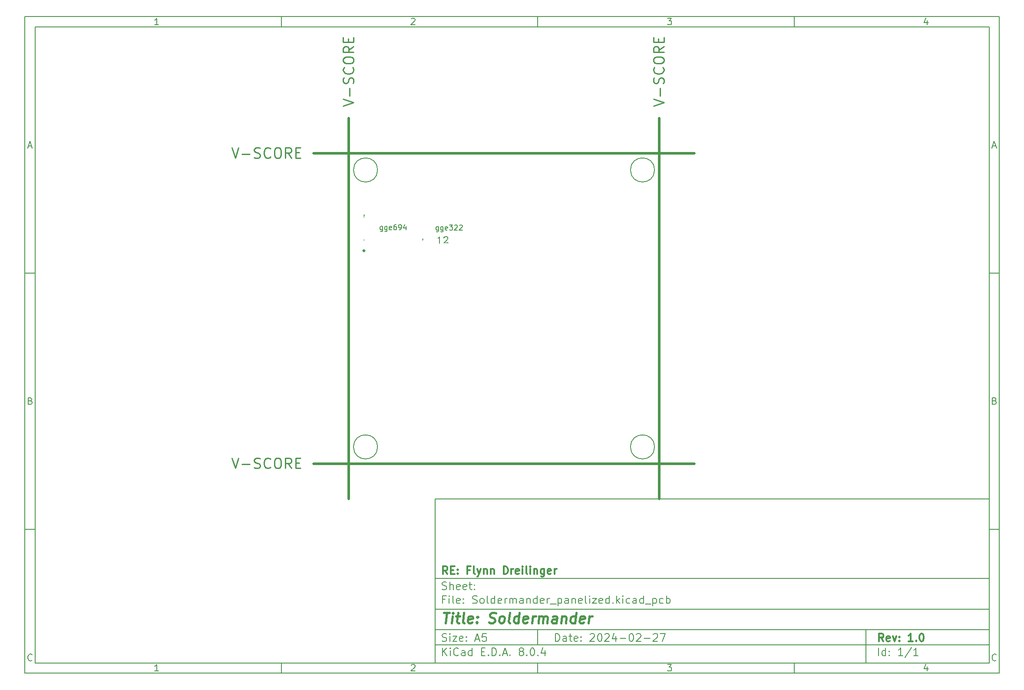
<source format=gbr>
%TF.GenerationSoftware,KiCad,Pcbnew,8.0.4*%
%TF.CreationDate,2024-07-26T20:24:49-07:00*%
%TF.ProjectId,Soldermander_panelized,536f6c64-6572-46d6-916e-6465725f7061,1.0*%
%TF.SameCoordinates,Original*%
%TF.FileFunction,Other,Comment*%
%FSLAX46Y46*%
G04 Gerber Fmt 4.6, Leading zero omitted, Abs format (unit mm)*
G04 Created by KiCad (PCBNEW 8.0.4) date 2024-07-26 20:24:49*
%MOMM*%
%LPD*%
G01*
G04 APERTURE LIST*
%ADD10C,0.100000*%
%ADD11C,0.150000*%
%ADD12C,0.300000*%
%ADD13C,0.400000*%
%ADD14C,0.500000*%
%ADD15C,0.250000*%
%ADD16C,0.000000*%
G04 APERTURE END LIST*
D10*
D11*
X90007200Y-104005800D02*
X198007200Y-104005800D01*
X198007200Y-136005800D01*
X90007200Y-136005800D01*
X90007200Y-104005800D01*
D10*
D11*
X10000000Y-10000000D02*
X200007200Y-10000000D01*
X200007200Y-138005800D01*
X10000000Y-138005800D01*
X10000000Y-10000000D01*
D10*
D11*
X12000000Y-12000000D02*
X198007200Y-12000000D01*
X198007200Y-136005800D01*
X12000000Y-136005800D01*
X12000000Y-12000000D01*
D10*
D11*
X60000000Y-12000000D02*
X60000000Y-10000000D01*
D10*
D11*
X110000000Y-12000000D02*
X110000000Y-10000000D01*
D10*
D11*
X160000000Y-12000000D02*
X160000000Y-10000000D01*
D10*
D11*
X36089160Y-11593604D02*
X35346303Y-11593604D01*
X35717731Y-11593604D02*
X35717731Y-10293604D01*
X35717731Y-10293604D02*
X35593922Y-10479319D01*
X35593922Y-10479319D02*
X35470112Y-10603128D01*
X35470112Y-10603128D02*
X35346303Y-10665033D01*
D10*
D11*
X85346303Y-10417414D02*
X85408207Y-10355509D01*
X85408207Y-10355509D02*
X85532017Y-10293604D01*
X85532017Y-10293604D02*
X85841541Y-10293604D01*
X85841541Y-10293604D02*
X85965350Y-10355509D01*
X85965350Y-10355509D02*
X86027255Y-10417414D01*
X86027255Y-10417414D02*
X86089160Y-10541223D01*
X86089160Y-10541223D02*
X86089160Y-10665033D01*
X86089160Y-10665033D02*
X86027255Y-10850747D01*
X86027255Y-10850747D02*
X85284398Y-11593604D01*
X85284398Y-11593604D02*
X86089160Y-11593604D01*
D10*
D11*
X135284398Y-10293604D02*
X136089160Y-10293604D01*
X136089160Y-10293604D02*
X135655826Y-10788842D01*
X135655826Y-10788842D02*
X135841541Y-10788842D01*
X135841541Y-10788842D02*
X135965350Y-10850747D01*
X135965350Y-10850747D02*
X136027255Y-10912652D01*
X136027255Y-10912652D02*
X136089160Y-11036461D01*
X136089160Y-11036461D02*
X136089160Y-11345985D01*
X136089160Y-11345985D02*
X136027255Y-11469795D01*
X136027255Y-11469795D02*
X135965350Y-11531700D01*
X135965350Y-11531700D02*
X135841541Y-11593604D01*
X135841541Y-11593604D02*
X135470112Y-11593604D01*
X135470112Y-11593604D02*
X135346303Y-11531700D01*
X135346303Y-11531700D02*
X135284398Y-11469795D01*
D10*
D11*
X185965350Y-10726938D02*
X185965350Y-11593604D01*
X185655826Y-10231700D02*
X185346303Y-11160271D01*
X185346303Y-11160271D02*
X186151064Y-11160271D01*
D10*
D11*
X60000000Y-136005800D02*
X60000000Y-138005800D01*
D10*
D11*
X110000000Y-136005800D02*
X110000000Y-138005800D01*
D10*
D11*
X160000000Y-136005800D02*
X160000000Y-138005800D01*
D10*
D11*
X36089160Y-137599404D02*
X35346303Y-137599404D01*
X35717731Y-137599404D02*
X35717731Y-136299404D01*
X35717731Y-136299404D02*
X35593922Y-136485119D01*
X35593922Y-136485119D02*
X35470112Y-136608928D01*
X35470112Y-136608928D02*
X35346303Y-136670833D01*
D10*
D11*
X85346303Y-136423214D02*
X85408207Y-136361309D01*
X85408207Y-136361309D02*
X85532017Y-136299404D01*
X85532017Y-136299404D02*
X85841541Y-136299404D01*
X85841541Y-136299404D02*
X85965350Y-136361309D01*
X85965350Y-136361309D02*
X86027255Y-136423214D01*
X86027255Y-136423214D02*
X86089160Y-136547023D01*
X86089160Y-136547023D02*
X86089160Y-136670833D01*
X86089160Y-136670833D02*
X86027255Y-136856547D01*
X86027255Y-136856547D02*
X85284398Y-137599404D01*
X85284398Y-137599404D02*
X86089160Y-137599404D01*
D10*
D11*
X135284398Y-136299404D02*
X136089160Y-136299404D01*
X136089160Y-136299404D02*
X135655826Y-136794642D01*
X135655826Y-136794642D02*
X135841541Y-136794642D01*
X135841541Y-136794642D02*
X135965350Y-136856547D01*
X135965350Y-136856547D02*
X136027255Y-136918452D01*
X136027255Y-136918452D02*
X136089160Y-137042261D01*
X136089160Y-137042261D02*
X136089160Y-137351785D01*
X136089160Y-137351785D02*
X136027255Y-137475595D01*
X136027255Y-137475595D02*
X135965350Y-137537500D01*
X135965350Y-137537500D02*
X135841541Y-137599404D01*
X135841541Y-137599404D02*
X135470112Y-137599404D01*
X135470112Y-137599404D02*
X135346303Y-137537500D01*
X135346303Y-137537500D02*
X135284398Y-137475595D01*
D10*
D11*
X185965350Y-136732738D02*
X185965350Y-137599404D01*
X185655826Y-136237500D02*
X185346303Y-137166071D01*
X185346303Y-137166071D02*
X186151064Y-137166071D01*
D10*
D11*
X10000000Y-60000000D02*
X12000000Y-60000000D01*
D10*
D11*
X10000000Y-110000000D02*
X12000000Y-110000000D01*
D10*
D11*
X10690476Y-35222176D02*
X11309523Y-35222176D01*
X10566666Y-35593604D02*
X10999999Y-34293604D01*
X10999999Y-34293604D02*
X11433333Y-35593604D01*
D10*
D11*
X11092857Y-84912652D02*
X11278571Y-84974557D01*
X11278571Y-84974557D02*
X11340476Y-85036461D01*
X11340476Y-85036461D02*
X11402380Y-85160271D01*
X11402380Y-85160271D02*
X11402380Y-85345985D01*
X11402380Y-85345985D02*
X11340476Y-85469795D01*
X11340476Y-85469795D02*
X11278571Y-85531700D01*
X11278571Y-85531700D02*
X11154761Y-85593604D01*
X11154761Y-85593604D02*
X10659523Y-85593604D01*
X10659523Y-85593604D02*
X10659523Y-84293604D01*
X10659523Y-84293604D02*
X11092857Y-84293604D01*
X11092857Y-84293604D02*
X11216666Y-84355509D01*
X11216666Y-84355509D02*
X11278571Y-84417414D01*
X11278571Y-84417414D02*
X11340476Y-84541223D01*
X11340476Y-84541223D02*
X11340476Y-84665033D01*
X11340476Y-84665033D02*
X11278571Y-84788842D01*
X11278571Y-84788842D02*
X11216666Y-84850747D01*
X11216666Y-84850747D02*
X11092857Y-84912652D01*
X11092857Y-84912652D02*
X10659523Y-84912652D01*
D10*
D11*
X11402380Y-135469795D02*
X11340476Y-135531700D01*
X11340476Y-135531700D02*
X11154761Y-135593604D01*
X11154761Y-135593604D02*
X11030952Y-135593604D01*
X11030952Y-135593604D02*
X10845238Y-135531700D01*
X10845238Y-135531700D02*
X10721428Y-135407890D01*
X10721428Y-135407890D02*
X10659523Y-135284080D01*
X10659523Y-135284080D02*
X10597619Y-135036461D01*
X10597619Y-135036461D02*
X10597619Y-134850747D01*
X10597619Y-134850747D02*
X10659523Y-134603128D01*
X10659523Y-134603128D02*
X10721428Y-134479319D01*
X10721428Y-134479319D02*
X10845238Y-134355509D01*
X10845238Y-134355509D02*
X11030952Y-134293604D01*
X11030952Y-134293604D02*
X11154761Y-134293604D01*
X11154761Y-134293604D02*
X11340476Y-134355509D01*
X11340476Y-134355509D02*
X11402380Y-134417414D01*
D10*
D11*
X200007200Y-60000000D02*
X198007200Y-60000000D01*
D10*
D11*
X200007200Y-110000000D02*
X198007200Y-110000000D01*
D10*
D11*
X198697676Y-35222176D02*
X199316723Y-35222176D01*
X198573866Y-35593604D02*
X199007199Y-34293604D01*
X199007199Y-34293604D02*
X199440533Y-35593604D01*
D10*
D11*
X199100057Y-84912652D02*
X199285771Y-84974557D01*
X199285771Y-84974557D02*
X199347676Y-85036461D01*
X199347676Y-85036461D02*
X199409580Y-85160271D01*
X199409580Y-85160271D02*
X199409580Y-85345985D01*
X199409580Y-85345985D02*
X199347676Y-85469795D01*
X199347676Y-85469795D02*
X199285771Y-85531700D01*
X199285771Y-85531700D02*
X199161961Y-85593604D01*
X199161961Y-85593604D02*
X198666723Y-85593604D01*
X198666723Y-85593604D02*
X198666723Y-84293604D01*
X198666723Y-84293604D02*
X199100057Y-84293604D01*
X199100057Y-84293604D02*
X199223866Y-84355509D01*
X199223866Y-84355509D02*
X199285771Y-84417414D01*
X199285771Y-84417414D02*
X199347676Y-84541223D01*
X199347676Y-84541223D02*
X199347676Y-84665033D01*
X199347676Y-84665033D02*
X199285771Y-84788842D01*
X199285771Y-84788842D02*
X199223866Y-84850747D01*
X199223866Y-84850747D02*
X199100057Y-84912652D01*
X199100057Y-84912652D02*
X198666723Y-84912652D01*
D10*
D11*
X199409580Y-135469795D02*
X199347676Y-135531700D01*
X199347676Y-135531700D02*
X199161961Y-135593604D01*
X199161961Y-135593604D02*
X199038152Y-135593604D01*
X199038152Y-135593604D02*
X198852438Y-135531700D01*
X198852438Y-135531700D02*
X198728628Y-135407890D01*
X198728628Y-135407890D02*
X198666723Y-135284080D01*
X198666723Y-135284080D02*
X198604819Y-135036461D01*
X198604819Y-135036461D02*
X198604819Y-134850747D01*
X198604819Y-134850747D02*
X198666723Y-134603128D01*
X198666723Y-134603128D02*
X198728628Y-134479319D01*
X198728628Y-134479319D02*
X198852438Y-134355509D01*
X198852438Y-134355509D02*
X199038152Y-134293604D01*
X199038152Y-134293604D02*
X199161961Y-134293604D01*
X199161961Y-134293604D02*
X199347676Y-134355509D01*
X199347676Y-134355509D02*
X199409580Y-134417414D01*
D10*
D11*
X113463026Y-131791928D02*
X113463026Y-130291928D01*
X113463026Y-130291928D02*
X113820169Y-130291928D01*
X113820169Y-130291928D02*
X114034455Y-130363357D01*
X114034455Y-130363357D02*
X114177312Y-130506214D01*
X114177312Y-130506214D02*
X114248741Y-130649071D01*
X114248741Y-130649071D02*
X114320169Y-130934785D01*
X114320169Y-130934785D02*
X114320169Y-131149071D01*
X114320169Y-131149071D02*
X114248741Y-131434785D01*
X114248741Y-131434785D02*
X114177312Y-131577642D01*
X114177312Y-131577642D02*
X114034455Y-131720500D01*
X114034455Y-131720500D02*
X113820169Y-131791928D01*
X113820169Y-131791928D02*
X113463026Y-131791928D01*
X115605884Y-131791928D02*
X115605884Y-131006214D01*
X115605884Y-131006214D02*
X115534455Y-130863357D01*
X115534455Y-130863357D02*
X115391598Y-130791928D01*
X115391598Y-130791928D02*
X115105884Y-130791928D01*
X115105884Y-130791928D02*
X114963026Y-130863357D01*
X115605884Y-131720500D02*
X115463026Y-131791928D01*
X115463026Y-131791928D02*
X115105884Y-131791928D01*
X115105884Y-131791928D02*
X114963026Y-131720500D01*
X114963026Y-131720500D02*
X114891598Y-131577642D01*
X114891598Y-131577642D02*
X114891598Y-131434785D01*
X114891598Y-131434785D02*
X114963026Y-131291928D01*
X114963026Y-131291928D02*
X115105884Y-131220500D01*
X115105884Y-131220500D02*
X115463026Y-131220500D01*
X115463026Y-131220500D02*
X115605884Y-131149071D01*
X116105884Y-130791928D02*
X116677312Y-130791928D01*
X116320169Y-130291928D02*
X116320169Y-131577642D01*
X116320169Y-131577642D02*
X116391598Y-131720500D01*
X116391598Y-131720500D02*
X116534455Y-131791928D01*
X116534455Y-131791928D02*
X116677312Y-131791928D01*
X117748741Y-131720500D02*
X117605884Y-131791928D01*
X117605884Y-131791928D02*
X117320170Y-131791928D01*
X117320170Y-131791928D02*
X117177312Y-131720500D01*
X117177312Y-131720500D02*
X117105884Y-131577642D01*
X117105884Y-131577642D02*
X117105884Y-131006214D01*
X117105884Y-131006214D02*
X117177312Y-130863357D01*
X117177312Y-130863357D02*
X117320170Y-130791928D01*
X117320170Y-130791928D02*
X117605884Y-130791928D01*
X117605884Y-130791928D02*
X117748741Y-130863357D01*
X117748741Y-130863357D02*
X117820170Y-131006214D01*
X117820170Y-131006214D02*
X117820170Y-131149071D01*
X117820170Y-131149071D02*
X117105884Y-131291928D01*
X118463026Y-131649071D02*
X118534455Y-131720500D01*
X118534455Y-131720500D02*
X118463026Y-131791928D01*
X118463026Y-131791928D02*
X118391598Y-131720500D01*
X118391598Y-131720500D02*
X118463026Y-131649071D01*
X118463026Y-131649071D02*
X118463026Y-131791928D01*
X118463026Y-130863357D02*
X118534455Y-130934785D01*
X118534455Y-130934785D02*
X118463026Y-131006214D01*
X118463026Y-131006214D02*
X118391598Y-130934785D01*
X118391598Y-130934785D02*
X118463026Y-130863357D01*
X118463026Y-130863357D02*
X118463026Y-131006214D01*
X120248741Y-130434785D02*
X120320169Y-130363357D01*
X120320169Y-130363357D02*
X120463027Y-130291928D01*
X120463027Y-130291928D02*
X120820169Y-130291928D01*
X120820169Y-130291928D02*
X120963027Y-130363357D01*
X120963027Y-130363357D02*
X121034455Y-130434785D01*
X121034455Y-130434785D02*
X121105884Y-130577642D01*
X121105884Y-130577642D02*
X121105884Y-130720500D01*
X121105884Y-130720500D02*
X121034455Y-130934785D01*
X121034455Y-130934785D02*
X120177312Y-131791928D01*
X120177312Y-131791928D02*
X121105884Y-131791928D01*
X122034455Y-130291928D02*
X122177312Y-130291928D01*
X122177312Y-130291928D02*
X122320169Y-130363357D01*
X122320169Y-130363357D02*
X122391598Y-130434785D01*
X122391598Y-130434785D02*
X122463026Y-130577642D01*
X122463026Y-130577642D02*
X122534455Y-130863357D01*
X122534455Y-130863357D02*
X122534455Y-131220500D01*
X122534455Y-131220500D02*
X122463026Y-131506214D01*
X122463026Y-131506214D02*
X122391598Y-131649071D01*
X122391598Y-131649071D02*
X122320169Y-131720500D01*
X122320169Y-131720500D02*
X122177312Y-131791928D01*
X122177312Y-131791928D02*
X122034455Y-131791928D01*
X122034455Y-131791928D02*
X121891598Y-131720500D01*
X121891598Y-131720500D02*
X121820169Y-131649071D01*
X121820169Y-131649071D02*
X121748740Y-131506214D01*
X121748740Y-131506214D02*
X121677312Y-131220500D01*
X121677312Y-131220500D02*
X121677312Y-130863357D01*
X121677312Y-130863357D02*
X121748740Y-130577642D01*
X121748740Y-130577642D02*
X121820169Y-130434785D01*
X121820169Y-130434785D02*
X121891598Y-130363357D01*
X121891598Y-130363357D02*
X122034455Y-130291928D01*
X123105883Y-130434785D02*
X123177311Y-130363357D01*
X123177311Y-130363357D02*
X123320169Y-130291928D01*
X123320169Y-130291928D02*
X123677311Y-130291928D01*
X123677311Y-130291928D02*
X123820169Y-130363357D01*
X123820169Y-130363357D02*
X123891597Y-130434785D01*
X123891597Y-130434785D02*
X123963026Y-130577642D01*
X123963026Y-130577642D02*
X123963026Y-130720500D01*
X123963026Y-130720500D02*
X123891597Y-130934785D01*
X123891597Y-130934785D02*
X123034454Y-131791928D01*
X123034454Y-131791928D02*
X123963026Y-131791928D01*
X125248740Y-130791928D02*
X125248740Y-131791928D01*
X124891597Y-130220500D02*
X124534454Y-131291928D01*
X124534454Y-131291928D02*
X125463025Y-131291928D01*
X126034453Y-131220500D02*
X127177311Y-131220500D01*
X128177311Y-130291928D02*
X128320168Y-130291928D01*
X128320168Y-130291928D02*
X128463025Y-130363357D01*
X128463025Y-130363357D02*
X128534454Y-130434785D01*
X128534454Y-130434785D02*
X128605882Y-130577642D01*
X128605882Y-130577642D02*
X128677311Y-130863357D01*
X128677311Y-130863357D02*
X128677311Y-131220500D01*
X128677311Y-131220500D02*
X128605882Y-131506214D01*
X128605882Y-131506214D02*
X128534454Y-131649071D01*
X128534454Y-131649071D02*
X128463025Y-131720500D01*
X128463025Y-131720500D02*
X128320168Y-131791928D01*
X128320168Y-131791928D02*
X128177311Y-131791928D01*
X128177311Y-131791928D02*
X128034454Y-131720500D01*
X128034454Y-131720500D02*
X127963025Y-131649071D01*
X127963025Y-131649071D02*
X127891596Y-131506214D01*
X127891596Y-131506214D02*
X127820168Y-131220500D01*
X127820168Y-131220500D02*
X127820168Y-130863357D01*
X127820168Y-130863357D02*
X127891596Y-130577642D01*
X127891596Y-130577642D02*
X127963025Y-130434785D01*
X127963025Y-130434785D02*
X128034454Y-130363357D01*
X128034454Y-130363357D02*
X128177311Y-130291928D01*
X129248739Y-130434785D02*
X129320167Y-130363357D01*
X129320167Y-130363357D02*
X129463025Y-130291928D01*
X129463025Y-130291928D02*
X129820167Y-130291928D01*
X129820167Y-130291928D02*
X129963025Y-130363357D01*
X129963025Y-130363357D02*
X130034453Y-130434785D01*
X130034453Y-130434785D02*
X130105882Y-130577642D01*
X130105882Y-130577642D02*
X130105882Y-130720500D01*
X130105882Y-130720500D02*
X130034453Y-130934785D01*
X130034453Y-130934785D02*
X129177310Y-131791928D01*
X129177310Y-131791928D02*
X130105882Y-131791928D01*
X130748738Y-131220500D02*
X131891596Y-131220500D01*
X132534453Y-130434785D02*
X132605881Y-130363357D01*
X132605881Y-130363357D02*
X132748739Y-130291928D01*
X132748739Y-130291928D02*
X133105881Y-130291928D01*
X133105881Y-130291928D02*
X133248739Y-130363357D01*
X133248739Y-130363357D02*
X133320167Y-130434785D01*
X133320167Y-130434785D02*
X133391596Y-130577642D01*
X133391596Y-130577642D02*
X133391596Y-130720500D01*
X133391596Y-130720500D02*
X133320167Y-130934785D01*
X133320167Y-130934785D02*
X132463024Y-131791928D01*
X132463024Y-131791928D02*
X133391596Y-131791928D01*
X133891595Y-130291928D02*
X134891595Y-130291928D01*
X134891595Y-130291928D02*
X134248738Y-131791928D01*
D10*
D11*
X90007200Y-132505800D02*
X198007200Y-132505800D01*
D10*
D11*
X91463026Y-134591928D02*
X91463026Y-133091928D01*
X92320169Y-134591928D02*
X91677312Y-133734785D01*
X92320169Y-133091928D02*
X91463026Y-133949071D01*
X92963026Y-134591928D02*
X92963026Y-133591928D01*
X92963026Y-133091928D02*
X92891598Y-133163357D01*
X92891598Y-133163357D02*
X92963026Y-133234785D01*
X92963026Y-133234785D02*
X93034455Y-133163357D01*
X93034455Y-133163357D02*
X92963026Y-133091928D01*
X92963026Y-133091928D02*
X92963026Y-133234785D01*
X94534455Y-134449071D02*
X94463027Y-134520500D01*
X94463027Y-134520500D02*
X94248741Y-134591928D01*
X94248741Y-134591928D02*
X94105884Y-134591928D01*
X94105884Y-134591928D02*
X93891598Y-134520500D01*
X93891598Y-134520500D02*
X93748741Y-134377642D01*
X93748741Y-134377642D02*
X93677312Y-134234785D01*
X93677312Y-134234785D02*
X93605884Y-133949071D01*
X93605884Y-133949071D02*
X93605884Y-133734785D01*
X93605884Y-133734785D02*
X93677312Y-133449071D01*
X93677312Y-133449071D02*
X93748741Y-133306214D01*
X93748741Y-133306214D02*
X93891598Y-133163357D01*
X93891598Y-133163357D02*
X94105884Y-133091928D01*
X94105884Y-133091928D02*
X94248741Y-133091928D01*
X94248741Y-133091928D02*
X94463027Y-133163357D01*
X94463027Y-133163357D02*
X94534455Y-133234785D01*
X95820170Y-134591928D02*
X95820170Y-133806214D01*
X95820170Y-133806214D02*
X95748741Y-133663357D01*
X95748741Y-133663357D02*
X95605884Y-133591928D01*
X95605884Y-133591928D02*
X95320170Y-133591928D01*
X95320170Y-133591928D02*
X95177312Y-133663357D01*
X95820170Y-134520500D02*
X95677312Y-134591928D01*
X95677312Y-134591928D02*
X95320170Y-134591928D01*
X95320170Y-134591928D02*
X95177312Y-134520500D01*
X95177312Y-134520500D02*
X95105884Y-134377642D01*
X95105884Y-134377642D02*
X95105884Y-134234785D01*
X95105884Y-134234785D02*
X95177312Y-134091928D01*
X95177312Y-134091928D02*
X95320170Y-134020500D01*
X95320170Y-134020500D02*
X95677312Y-134020500D01*
X95677312Y-134020500D02*
X95820170Y-133949071D01*
X97177313Y-134591928D02*
X97177313Y-133091928D01*
X97177313Y-134520500D02*
X97034455Y-134591928D01*
X97034455Y-134591928D02*
X96748741Y-134591928D01*
X96748741Y-134591928D02*
X96605884Y-134520500D01*
X96605884Y-134520500D02*
X96534455Y-134449071D01*
X96534455Y-134449071D02*
X96463027Y-134306214D01*
X96463027Y-134306214D02*
X96463027Y-133877642D01*
X96463027Y-133877642D02*
X96534455Y-133734785D01*
X96534455Y-133734785D02*
X96605884Y-133663357D01*
X96605884Y-133663357D02*
X96748741Y-133591928D01*
X96748741Y-133591928D02*
X97034455Y-133591928D01*
X97034455Y-133591928D02*
X97177313Y-133663357D01*
X99034455Y-133806214D02*
X99534455Y-133806214D01*
X99748741Y-134591928D02*
X99034455Y-134591928D01*
X99034455Y-134591928D02*
X99034455Y-133091928D01*
X99034455Y-133091928D02*
X99748741Y-133091928D01*
X100391598Y-134449071D02*
X100463027Y-134520500D01*
X100463027Y-134520500D02*
X100391598Y-134591928D01*
X100391598Y-134591928D02*
X100320170Y-134520500D01*
X100320170Y-134520500D02*
X100391598Y-134449071D01*
X100391598Y-134449071D02*
X100391598Y-134591928D01*
X101105884Y-134591928D02*
X101105884Y-133091928D01*
X101105884Y-133091928D02*
X101463027Y-133091928D01*
X101463027Y-133091928D02*
X101677313Y-133163357D01*
X101677313Y-133163357D02*
X101820170Y-133306214D01*
X101820170Y-133306214D02*
X101891599Y-133449071D01*
X101891599Y-133449071D02*
X101963027Y-133734785D01*
X101963027Y-133734785D02*
X101963027Y-133949071D01*
X101963027Y-133949071D02*
X101891599Y-134234785D01*
X101891599Y-134234785D02*
X101820170Y-134377642D01*
X101820170Y-134377642D02*
X101677313Y-134520500D01*
X101677313Y-134520500D02*
X101463027Y-134591928D01*
X101463027Y-134591928D02*
X101105884Y-134591928D01*
X102605884Y-134449071D02*
X102677313Y-134520500D01*
X102677313Y-134520500D02*
X102605884Y-134591928D01*
X102605884Y-134591928D02*
X102534456Y-134520500D01*
X102534456Y-134520500D02*
X102605884Y-134449071D01*
X102605884Y-134449071D02*
X102605884Y-134591928D01*
X103248742Y-134163357D02*
X103963028Y-134163357D01*
X103105885Y-134591928D02*
X103605885Y-133091928D01*
X103605885Y-133091928D02*
X104105885Y-134591928D01*
X104605884Y-134449071D02*
X104677313Y-134520500D01*
X104677313Y-134520500D02*
X104605884Y-134591928D01*
X104605884Y-134591928D02*
X104534456Y-134520500D01*
X104534456Y-134520500D02*
X104605884Y-134449071D01*
X104605884Y-134449071D02*
X104605884Y-134591928D01*
X106677313Y-133734785D02*
X106534456Y-133663357D01*
X106534456Y-133663357D02*
X106463027Y-133591928D01*
X106463027Y-133591928D02*
X106391599Y-133449071D01*
X106391599Y-133449071D02*
X106391599Y-133377642D01*
X106391599Y-133377642D02*
X106463027Y-133234785D01*
X106463027Y-133234785D02*
X106534456Y-133163357D01*
X106534456Y-133163357D02*
X106677313Y-133091928D01*
X106677313Y-133091928D02*
X106963027Y-133091928D01*
X106963027Y-133091928D02*
X107105885Y-133163357D01*
X107105885Y-133163357D02*
X107177313Y-133234785D01*
X107177313Y-133234785D02*
X107248742Y-133377642D01*
X107248742Y-133377642D02*
X107248742Y-133449071D01*
X107248742Y-133449071D02*
X107177313Y-133591928D01*
X107177313Y-133591928D02*
X107105885Y-133663357D01*
X107105885Y-133663357D02*
X106963027Y-133734785D01*
X106963027Y-133734785D02*
X106677313Y-133734785D01*
X106677313Y-133734785D02*
X106534456Y-133806214D01*
X106534456Y-133806214D02*
X106463027Y-133877642D01*
X106463027Y-133877642D02*
X106391599Y-134020500D01*
X106391599Y-134020500D02*
X106391599Y-134306214D01*
X106391599Y-134306214D02*
X106463027Y-134449071D01*
X106463027Y-134449071D02*
X106534456Y-134520500D01*
X106534456Y-134520500D02*
X106677313Y-134591928D01*
X106677313Y-134591928D02*
X106963027Y-134591928D01*
X106963027Y-134591928D02*
X107105885Y-134520500D01*
X107105885Y-134520500D02*
X107177313Y-134449071D01*
X107177313Y-134449071D02*
X107248742Y-134306214D01*
X107248742Y-134306214D02*
X107248742Y-134020500D01*
X107248742Y-134020500D02*
X107177313Y-133877642D01*
X107177313Y-133877642D02*
X107105885Y-133806214D01*
X107105885Y-133806214D02*
X106963027Y-133734785D01*
X107891598Y-134449071D02*
X107963027Y-134520500D01*
X107963027Y-134520500D02*
X107891598Y-134591928D01*
X107891598Y-134591928D02*
X107820170Y-134520500D01*
X107820170Y-134520500D02*
X107891598Y-134449071D01*
X107891598Y-134449071D02*
X107891598Y-134591928D01*
X108891599Y-133091928D02*
X109034456Y-133091928D01*
X109034456Y-133091928D02*
X109177313Y-133163357D01*
X109177313Y-133163357D02*
X109248742Y-133234785D01*
X109248742Y-133234785D02*
X109320170Y-133377642D01*
X109320170Y-133377642D02*
X109391599Y-133663357D01*
X109391599Y-133663357D02*
X109391599Y-134020500D01*
X109391599Y-134020500D02*
X109320170Y-134306214D01*
X109320170Y-134306214D02*
X109248742Y-134449071D01*
X109248742Y-134449071D02*
X109177313Y-134520500D01*
X109177313Y-134520500D02*
X109034456Y-134591928D01*
X109034456Y-134591928D02*
X108891599Y-134591928D01*
X108891599Y-134591928D02*
X108748742Y-134520500D01*
X108748742Y-134520500D02*
X108677313Y-134449071D01*
X108677313Y-134449071D02*
X108605884Y-134306214D01*
X108605884Y-134306214D02*
X108534456Y-134020500D01*
X108534456Y-134020500D02*
X108534456Y-133663357D01*
X108534456Y-133663357D02*
X108605884Y-133377642D01*
X108605884Y-133377642D02*
X108677313Y-133234785D01*
X108677313Y-133234785D02*
X108748742Y-133163357D01*
X108748742Y-133163357D02*
X108891599Y-133091928D01*
X110034455Y-134449071D02*
X110105884Y-134520500D01*
X110105884Y-134520500D02*
X110034455Y-134591928D01*
X110034455Y-134591928D02*
X109963027Y-134520500D01*
X109963027Y-134520500D02*
X110034455Y-134449071D01*
X110034455Y-134449071D02*
X110034455Y-134591928D01*
X111391599Y-133591928D02*
X111391599Y-134591928D01*
X111034456Y-133020500D02*
X110677313Y-134091928D01*
X110677313Y-134091928D02*
X111605884Y-134091928D01*
D10*
D11*
X90007200Y-129505800D02*
X198007200Y-129505800D01*
D10*
D12*
X177418853Y-131784128D02*
X176918853Y-131069842D01*
X176561710Y-131784128D02*
X176561710Y-130284128D01*
X176561710Y-130284128D02*
X177133139Y-130284128D01*
X177133139Y-130284128D02*
X177275996Y-130355557D01*
X177275996Y-130355557D02*
X177347425Y-130426985D01*
X177347425Y-130426985D02*
X177418853Y-130569842D01*
X177418853Y-130569842D02*
X177418853Y-130784128D01*
X177418853Y-130784128D02*
X177347425Y-130926985D01*
X177347425Y-130926985D02*
X177275996Y-130998414D01*
X177275996Y-130998414D02*
X177133139Y-131069842D01*
X177133139Y-131069842D02*
X176561710Y-131069842D01*
X178633139Y-131712700D02*
X178490282Y-131784128D01*
X178490282Y-131784128D02*
X178204568Y-131784128D01*
X178204568Y-131784128D02*
X178061710Y-131712700D01*
X178061710Y-131712700D02*
X177990282Y-131569842D01*
X177990282Y-131569842D02*
X177990282Y-130998414D01*
X177990282Y-130998414D02*
X178061710Y-130855557D01*
X178061710Y-130855557D02*
X178204568Y-130784128D01*
X178204568Y-130784128D02*
X178490282Y-130784128D01*
X178490282Y-130784128D02*
X178633139Y-130855557D01*
X178633139Y-130855557D02*
X178704568Y-130998414D01*
X178704568Y-130998414D02*
X178704568Y-131141271D01*
X178704568Y-131141271D02*
X177990282Y-131284128D01*
X179204567Y-130784128D02*
X179561710Y-131784128D01*
X179561710Y-131784128D02*
X179918853Y-130784128D01*
X180490281Y-131641271D02*
X180561710Y-131712700D01*
X180561710Y-131712700D02*
X180490281Y-131784128D01*
X180490281Y-131784128D02*
X180418853Y-131712700D01*
X180418853Y-131712700D02*
X180490281Y-131641271D01*
X180490281Y-131641271D02*
X180490281Y-131784128D01*
X180490281Y-130855557D02*
X180561710Y-130926985D01*
X180561710Y-130926985D02*
X180490281Y-130998414D01*
X180490281Y-130998414D02*
X180418853Y-130926985D01*
X180418853Y-130926985D02*
X180490281Y-130855557D01*
X180490281Y-130855557D02*
X180490281Y-130998414D01*
X183133139Y-131784128D02*
X182275996Y-131784128D01*
X182704567Y-131784128D02*
X182704567Y-130284128D01*
X182704567Y-130284128D02*
X182561710Y-130498414D01*
X182561710Y-130498414D02*
X182418853Y-130641271D01*
X182418853Y-130641271D02*
X182275996Y-130712700D01*
X183775995Y-131641271D02*
X183847424Y-131712700D01*
X183847424Y-131712700D02*
X183775995Y-131784128D01*
X183775995Y-131784128D02*
X183704567Y-131712700D01*
X183704567Y-131712700D02*
X183775995Y-131641271D01*
X183775995Y-131641271D02*
X183775995Y-131784128D01*
X184775996Y-130284128D02*
X184918853Y-130284128D01*
X184918853Y-130284128D02*
X185061710Y-130355557D01*
X185061710Y-130355557D02*
X185133139Y-130426985D01*
X185133139Y-130426985D02*
X185204567Y-130569842D01*
X185204567Y-130569842D02*
X185275996Y-130855557D01*
X185275996Y-130855557D02*
X185275996Y-131212700D01*
X185275996Y-131212700D02*
X185204567Y-131498414D01*
X185204567Y-131498414D02*
X185133139Y-131641271D01*
X185133139Y-131641271D02*
X185061710Y-131712700D01*
X185061710Y-131712700D02*
X184918853Y-131784128D01*
X184918853Y-131784128D02*
X184775996Y-131784128D01*
X184775996Y-131784128D02*
X184633139Y-131712700D01*
X184633139Y-131712700D02*
X184561710Y-131641271D01*
X184561710Y-131641271D02*
X184490281Y-131498414D01*
X184490281Y-131498414D02*
X184418853Y-131212700D01*
X184418853Y-131212700D02*
X184418853Y-130855557D01*
X184418853Y-130855557D02*
X184490281Y-130569842D01*
X184490281Y-130569842D02*
X184561710Y-130426985D01*
X184561710Y-130426985D02*
X184633139Y-130355557D01*
X184633139Y-130355557D02*
X184775996Y-130284128D01*
D10*
D11*
X91391598Y-131720500D02*
X91605884Y-131791928D01*
X91605884Y-131791928D02*
X91963026Y-131791928D01*
X91963026Y-131791928D02*
X92105884Y-131720500D01*
X92105884Y-131720500D02*
X92177312Y-131649071D01*
X92177312Y-131649071D02*
X92248741Y-131506214D01*
X92248741Y-131506214D02*
X92248741Y-131363357D01*
X92248741Y-131363357D02*
X92177312Y-131220500D01*
X92177312Y-131220500D02*
X92105884Y-131149071D01*
X92105884Y-131149071D02*
X91963026Y-131077642D01*
X91963026Y-131077642D02*
X91677312Y-131006214D01*
X91677312Y-131006214D02*
X91534455Y-130934785D01*
X91534455Y-130934785D02*
X91463026Y-130863357D01*
X91463026Y-130863357D02*
X91391598Y-130720500D01*
X91391598Y-130720500D02*
X91391598Y-130577642D01*
X91391598Y-130577642D02*
X91463026Y-130434785D01*
X91463026Y-130434785D02*
X91534455Y-130363357D01*
X91534455Y-130363357D02*
X91677312Y-130291928D01*
X91677312Y-130291928D02*
X92034455Y-130291928D01*
X92034455Y-130291928D02*
X92248741Y-130363357D01*
X92891597Y-131791928D02*
X92891597Y-130791928D01*
X92891597Y-130291928D02*
X92820169Y-130363357D01*
X92820169Y-130363357D02*
X92891597Y-130434785D01*
X92891597Y-130434785D02*
X92963026Y-130363357D01*
X92963026Y-130363357D02*
X92891597Y-130291928D01*
X92891597Y-130291928D02*
X92891597Y-130434785D01*
X93463026Y-130791928D02*
X94248741Y-130791928D01*
X94248741Y-130791928D02*
X93463026Y-131791928D01*
X93463026Y-131791928D02*
X94248741Y-131791928D01*
X95391598Y-131720500D02*
X95248741Y-131791928D01*
X95248741Y-131791928D02*
X94963027Y-131791928D01*
X94963027Y-131791928D02*
X94820169Y-131720500D01*
X94820169Y-131720500D02*
X94748741Y-131577642D01*
X94748741Y-131577642D02*
X94748741Y-131006214D01*
X94748741Y-131006214D02*
X94820169Y-130863357D01*
X94820169Y-130863357D02*
X94963027Y-130791928D01*
X94963027Y-130791928D02*
X95248741Y-130791928D01*
X95248741Y-130791928D02*
X95391598Y-130863357D01*
X95391598Y-130863357D02*
X95463027Y-131006214D01*
X95463027Y-131006214D02*
X95463027Y-131149071D01*
X95463027Y-131149071D02*
X94748741Y-131291928D01*
X96105883Y-131649071D02*
X96177312Y-131720500D01*
X96177312Y-131720500D02*
X96105883Y-131791928D01*
X96105883Y-131791928D02*
X96034455Y-131720500D01*
X96034455Y-131720500D02*
X96105883Y-131649071D01*
X96105883Y-131649071D02*
X96105883Y-131791928D01*
X96105883Y-130863357D02*
X96177312Y-130934785D01*
X96177312Y-130934785D02*
X96105883Y-131006214D01*
X96105883Y-131006214D02*
X96034455Y-130934785D01*
X96034455Y-130934785D02*
X96105883Y-130863357D01*
X96105883Y-130863357D02*
X96105883Y-131006214D01*
X97891598Y-131363357D02*
X98605884Y-131363357D01*
X97748741Y-131791928D02*
X98248741Y-130291928D01*
X98248741Y-130291928D02*
X98748741Y-131791928D01*
X99963026Y-130291928D02*
X99248740Y-130291928D01*
X99248740Y-130291928D02*
X99177312Y-131006214D01*
X99177312Y-131006214D02*
X99248740Y-130934785D01*
X99248740Y-130934785D02*
X99391598Y-130863357D01*
X99391598Y-130863357D02*
X99748740Y-130863357D01*
X99748740Y-130863357D02*
X99891598Y-130934785D01*
X99891598Y-130934785D02*
X99963026Y-131006214D01*
X99963026Y-131006214D02*
X100034455Y-131149071D01*
X100034455Y-131149071D02*
X100034455Y-131506214D01*
X100034455Y-131506214D02*
X99963026Y-131649071D01*
X99963026Y-131649071D02*
X99891598Y-131720500D01*
X99891598Y-131720500D02*
X99748740Y-131791928D01*
X99748740Y-131791928D02*
X99391598Y-131791928D01*
X99391598Y-131791928D02*
X99248740Y-131720500D01*
X99248740Y-131720500D02*
X99177312Y-131649071D01*
D10*
D11*
X176463026Y-134591928D02*
X176463026Y-133091928D01*
X177820170Y-134591928D02*
X177820170Y-133091928D01*
X177820170Y-134520500D02*
X177677312Y-134591928D01*
X177677312Y-134591928D02*
X177391598Y-134591928D01*
X177391598Y-134591928D02*
X177248741Y-134520500D01*
X177248741Y-134520500D02*
X177177312Y-134449071D01*
X177177312Y-134449071D02*
X177105884Y-134306214D01*
X177105884Y-134306214D02*
X177105884Y-133877642D01*
X177105884Y-133877642D02*
X177177312Y-133734785D01*
X177177312Y-133734785D02*
X177248741Y-133663357D01*
X177248741Y-133663357D02*
X177391598Y-133591928D01*
X177391598Y-133591928D02*
X177677312Y-133591928D01*
X177677312Y-133591928D02*
X177820170Y-133663357D01*
X178534455Y-134449071D02*
X178605884Y-134520500D01*
X178605884Y-134520500D02*
X178534455Y-134591928D01*
X178534455Y-134591928D02*
X178463027Y-134520500D01*
X178463027Y-134520500D02*
X178534455Y-134449071D01*
X178534455Y-134449071D02*
X178534455Y-134591928D01*
X178534455Y-133663357D02*
X178605884Y-133734785D01*
X178605884Y-133734785D02*
X178534455Y-133806214D01*
X178534455Y-133806214D02*
X178463027Y-133734785D01*
X178463027Y-133734785D02*
X178534455Y-133663357D01*
X178534455Y-133663357D02*
X178534455Y-133806214D01*
X181177313Y-134591928D02*
X180320170Y-134591928D01*
X180748741Y-134591928D02*
X180748741Y-133091928D01*
X180748741Y-133091928D02*
X180605884Y-133306214D01*
X180605884Y-133306214D02*
X180463027Y-133449071D01*
X180463027Y-133449071D02*
X180320170Y-133520500D01*
X182891598Y-133020500D02*
X181605884Y-134949071D01*
X184177313Y-134591928D02*
X183320170Y-134591928D01*
X183748741Y-134591928D02*
X183748741Y-133091928D01*
X183748741Y-133091928D02*
X183605884Y-133306214D01*
X183605884Y-133306214D02*
X183463027Y-133449071D01*
X183463027Y-133449071D02*
X183320170Y-133520500D01*
D10*
D11*
X90007200Y-125505800D02*
X198007200Y-125505800D01*
D10*
D13*
X91698928Y-126210238D02*
X92841785Y-126210238D01*
X92020357Y-128210238D02*
X92270357Y-126210238D01*
X93258452Y-128210238D02*
X93425119Y-126876904D01*
X93508452Y-126210238D02*
X93401309Y-126305476D01*
X93401309Y-126305476D02*
X93484643Y-126400714D01*
X93484643Y-126400714D02*
X93591786Y-126305476D01*
X93591786Y-126305476D02*
X93508452Y-126210238D01*
X93508452Y-126210238D02*
X93484643Y-126400714D01*
X94091786Y-126876904D02*
X94853690Y-126876904D01*
X94460833Y-126210238D02*
X94246548Y-127924523D01*
X94246548Y-127924523D02*
X94317976Y-128115000D01*
X94317976Y-128115000D02*
X94496548Y-128210238D01*
X94496548Y-128210238D02*
X94687024Y-128210238D01*
X95639405Y-128210238D02*
X95460833Y-128115000D01*
X95460833Y-128115000D02*
X95389405Y-127924523D01*
X95389405Y-127924523D02*
X95603690Y-126210238D01*
X97175119Y-128115000D02*
X96972738Y-128210238D01*
X96972738Y-128210238D02*
X96591785Y-128210238D01*
X96591785Y-128210238D02*
X96413214Y-128115000D01*
X96413214Y-128115000D02*
X96341785Y-127924523D01*
X96341785Y-127924523D02*
X96437024Y-127162619D01*
X96437024Y-127162619D02*
X96556071Y-126972142D01*
X96556071Y-126972142D02*
X96758452Y-126876904D01*
X96758452Y-126876904D02*
X97139404Y-126876904D01*
X97139404Y-126876904D02*
X97317976Y-126972142D01*
X97317976Y-126972142D02*
X97389404Y-127162619D01*
X97389404Y-127162619D02*
X97365595Y-127353095D01*
X97365595Y-127353095D02*
X96389404Y-127543571D01*
X98139405Y-128019761D02*
X98222738Y-128115000D01*
X98222738Y-128115000D02*
X98115595Y-128210238D01*
X98115595Y-128210238D02*
X98032262Y-128115000D01*
X98032262Y-128115000D02*
X98139405Y-128019761D01*
X98139405Y-128019761D02*
X98115595Y-128210238D01*
X98270357Y-126972142D02*
X98353690Y-127067380D01*
X98353690Y-127067380D02*
X98246548Y-127162619D01*
X98246548Y-127162619D02*
X98163214Y-127067380D01*
X98163214Y-127067380D02*
X98270357Y-126972142D01*
X98270357Y-126972142D02*
X98246548Y-127162619D01*
X100508453Y-128115000D02*
X100782262Y-128210238D01*
X100782262Y-128210238D02*
X101258453Y-128210238D01*
X101258453Y-128210238D02*
X101460834Y-128115000D01*
X101460834Y-128115000D02*
X101567977Y-128019761D01*
X101567977Y-128019761D02*
X101687024Y-127829285D01*
X101687024Y-127829285D02*
X101710834Y-127638809D01*
X101710834Y-127638809D02*
X101639405Y-127448333D01*
X101639405Y-127448333D02*
X101556072Y-127353095D01*
X101556072Y-127353095D02*
X101377501Y-127257857D01*
X101377501Y-127257857D02*
X101008453Y-127162619D01*
X101008453Y-127162619D02*
X100829881Y-127067380D01*
X100829881Y-127067380D02*
X100746548Y-126972142D01*
X100746548Y-126972142D02*
X100675120Y-126781666D01*
X100675120Y-126781666D02*
X100698929Y-126591190D01*
X100698929Y-126591190D02*
X100817977Y-126400714D01*
X100817977Y-126400714D02*
X100925120Y-126305476D01*
X100925120Y-126305476D02*
X101127501Y-126210238D01*
X101127501Y-126210238D02*
X101603691Y-126210238D01*
X101603691Y-126210238D02*
X101877501Y-126305476D01*
X102782263Y-128210238D02*
X102603691Y-128115000D01*
X102603691Y-128115000D02*
X102520358Y-128019761D01*
X102520358Y-128019761D02*
X102448929Y-127829285D01*
X102448929Y-127829285D02*
X102520358Y-127257857D01*
X102520358Y-127257857D02*
X102639405Y-127067380D01*
X102639405Y-127067380D02*
X102746548Y-126972142D01*
X102746548Y-126972142D02*
X102948929Y-126876904D01*
X102948929Y-126876904D02*
X103234643Y-126876904D01*
X103234643Y-126876904D02*
X103413215Y-126972142D01*
X103413215Y-126972142D02*
X103496548Y-127067380D01*
X103496548Y-127067380D02*
X103567977Y-127257857D01*
X103567977Y-127257857D02*
X103496548Y-127829285D01*
X103496548Y-127829285D02*
X103377501Y-128019761D01*
X103377501Y-128019761D02*
X103270358Y-128115000D01*
X103270358Y-128115000D02*
X103067977Y-128210238D01*
X103067977Y-128210238D02*
X102782263Y-128210238D01*
X104591787Y-128210238D02*
X104413215Y-128115000D01*
X104413215Y-128115000D02*
X104341787Y-127924523D01*
X104341787Y-127924523D02*
X104556072Y-126210238D01*
X106210834Y-128210238D02*
X106460834Y-126210238D01*
X106222739Y-128115000D02*
X106020358Y-128210238D01*
X106020358Y-128210238D02*
X105639406Y-128210238D01*
X105639406Y-128210238D02*
X105460834Y-128115000D01*
X105460834Y-128115000D02*
X105377501Y-128019761D01*
X105377501Y-128019761D02*
X105306072Y-127829285D01*
X105306072Y-127829285D02*
X105377501Y-127257857D01*
X105377501Y-127257857D02*
X105496548Y-127067380D01*
X105496548Y-127067380D02*
X105603691Y-126972142D01*
X105603691Y-126972142D02*
X105806072Y-126876904D01*
X105806072Y-126876904D02*
X106187025Y-126876904D01*
X106187025Y-126876904D02*
X106365596Y-126972142D01*
X107937025Y-128115000D02*
X107734644Y-128210238D01*
X107734644Y-128210238D02*
X107353691Y-128210238D01*
X107353691Y-128210238D02*
X107175120Y-128115000D01*
X107175120Y-128115000D02*
X107103691Y-127924523D01*
X107103691Y-127924523D02*
X107198930Y-127162619D01*
X107198930Y-127162619D02*
X107317977Y-126972142D01*
X107317977Y-126972142D02*
X107520358Y-126876904D01*
X107520358Y-126876904D02*
X107901310Y-126876904D01*
X107901310Y-126876904D02*
X108079882Y-126972142D01*
X108079882Y-126972142D02*
X108151310Y-127162619D01*
X108151310Y-127162619D02*
X108127501Y-127353095D01*
X108127501Y-127353095D02*
X107151310Y-127543571D01*
X108877501Y-128210238D02*
X109044168Y-126876904D01*
X108996549Y-127257857D02*
X109115596Y-127067380D01*
X109115596Y-127067380D02*
X109222739Y-126972142D01*
X109222739Y-126972142D02*
X109425120Y-126876904D01*
X109425120Y-126876904D02*
X109615596Y-126876904D01*
X110115596Y-128210238D02*
X110282263Y-126876904D01*
X110258453Y-127067380D02*
X110365596Y-126972142D01*
X110365596Y-126972142D02*
X110567977Y-126876904D01*
X110567977Y-126876904D02*
X110853691Y-126876904D01*
X110853691Y-126876904D02*
X111032263Y-126972142D01*
X111032263Y-126972142D02*
X111103691Y-127162619D01*
X111103691Y-127162619D02*
X110972739Y-128210238D01*
X111103691Y-127162619D02*
X111222739Y-126972142D01*
X111222739Y-126972142D02*
X111425120Y-126876904D01*
X111425120Y-126876904D02*
X111710834Y-126876904D01*
X111710834Y-126876904D02*
X111889406Y-126972142D01*
X111889406Y-126972142D02*
X111960834Y-127162619D01*
X111960834Y-127162619D02*
X111829882Y-128210238D01*
X113639406Y-128210238D02*
X113770358Y-127162619D01*
X113770358Y-127162619D02*
X113698930Y-126972142D01*
X113698930Y-126972142D02*
X113520358Y-126876904D01*
X113520358Y-126876904D02*
X113139406Y-126876904D01*
X113139406Y-126876904D02*
X112937025Y-126972142D01*
X113651311Y-128115000D02*
X113448930Y-128210238D01*
X113448930Y-128210238D02*
X112972739Y-128210238D01*
X112972739Y-128210238D02*
X112794168Y-128115000D01*
X112794168Y-128115000D02*
X112722739Y-127924523D01*
X112722739Y-127924523D02*
X112746549Y-127734047D01*
X112746549Y-127734047D02*
X112865597Y-127543571D01*
X112865597Y-127543571D02*
X113067978Y-127448333D01*
X113067978Y-127448333D02*
X113544168Y-127448333D01*
X113544168Y-127448333D02*
X113746549Y-127353095D01*
X114758454Y-126876904D02*
X114591787Y-128210238D01*
X114734644Y-127067380D02*
X114841787Y-126972142D01*
X114841787Y-126972142D02*
X115044168Y-126876904D01*
X115044168Y-126876904D02*
X115329882Y-126876904D01*
X115329882Y-126876904D02*
X115508454Y-126972142D01*
X115508454Y-126972142D02*
X115579882Y-127162619D01*
X115579882Y-127162619D02*
X115448930Y-128210238D01*
X117258454Y-128210238D02*
X117508454Y-126210238D01*
X117270359Y-128115000D02*
X117067978Y-128210238D01*
X117067978Y-128210238D02*
X116687026Y-128210238D01*
X116687026Y-128210238D02*
X116508454Y-128115000D01*
X116508454Y-128115000D02*
X116425121Y-128019761D01*
X116425121Y-128019761D02*
X116353692Y-127829285D01*
X116353692Y-127829285D02*
X116425121Y-127257857D01*
X116425121Y-127257857D02*
X116544168Y-127067380D01*
X116544168Y-127067380D02*
X116651311Y-126972142D01*
X116651311Y-126972142D02*
X116853692Y-126876904D01*
X116853692Y-126876904D02*
X117234645Y-126876904D01*
X117234645Y-126876904D02*
X117413216Y-126972142D01*
X118984645Y-128115000D02*
X118782264Y-128210238D01*
X118782264Y-128210238D02*
X118401311Y-128210238D01*
X118401311Y-128210238D02*
X118222740Y-128115000D01*
X118222740Y-128115000D02*
X118151311Y-127924523D01*
X118151311Y-127924523D02*
X118246550Y-127162619D01*
X118246550Y-127162619D02*
X118365597Y-126972142D01*
X118365597Y-126972142D02*
X118567978Y-126876904D01*
X118567978Y-126876904D02*
X118948930Y-126876904D01*
X118948930Y-126876904D02*
X119127502Y-126972142D01*
X119127502Y-126972142D02*
X119198930Y-127162619D01*
X119198930Y-127162619D02*
X119175121Y-127353095D01*
X119175121Y-127353095D02*
X118198930Y-127543571D01*
X119925121Y-128210238D02*
X120091788Y-126876904D01*
X120044169Y-127257857D02*
X120163216Y-127067380D01*
X120163216Y-127067380D02*
X120270359Y-126972142D01*
X120270359Y-126972142D02*
X120472740Y-126876904D01*
X120472740Y-126876904D02*
X120663216Y-126876904D01*
D10*
D11*
X91963026Y-123606214D02*
X91463026Y-123606214D01*
X91463026Y-124391928D02*
X91463026Y-122891928D01*
X91463026Y-122891928D02*
X92177312Y-122891928D01*
X92748740Y-124391928D02*
X92748740Y-123391928D01*
X92748740Y-122891928D02*
X92677312Y-122963357D01*
X92677312Y-122963357D02*
X92748740Y-123034785D01*
X92748740Y-123034785D02*
X92820169Y-122963357D01*
X92820169Y-122963357D02*
X92748740Y-122891928D01*
X92748740Y-122891928D02*
X92748740Y-123034785D01*
X93677312Y-124391928D02*
X93534455Y-124320500D01*
X93534455Y-124320500D02*
X93463026Y-124177642D01*
X93463026Y-124177642D02*
X93463026Y-122891928D01*
X94820169Y-124320500D02*
X94677312Y-124391928D01*
X94677312Y-124391928D02*
X94391598Y-124391928D01*
X94391598Y-124391928D02*
X94248740Y-124320500D01*
X94248740Y-124320500D02*
X94177312Y-124177642D01*
X94177312Y-124177642D02*
X94177312Y-123606214D01*
X94177312Y-123606214D02*
X94248740Y-123463357D01*
X94248740Y-123463357D02*
X94391598Y-123391928D01*
X94391598Y-123391928D02*
X94677312Y-123391928D01*
X94677312Y-123391928D02*
X94820169Y-123463357D01*
X94820169Y-123463357D02*
X94891598Y-123606214D01*
X94891598Y-123606214D02*
X94891598Y-123749071D01*
X94891598Y-123749071D02*
X94177312Y-123891928D01*
X95534454Y-124249071D02*
X95605883Y-124320500D01*
X95605883Y-124320500D02*
X95534454Y-124391928D01*
X95534454Y-124391928D02*
X95463026Y-124320500D01*
X95463026Y-124320500D02*
X95534454Y-124249071D01*
X95534454Y-124249071D02*
X95534454Y-124391928D01*
X95534454Y-123463357D02*
X95605883Y-123534785D01*
X95605883Y-123534785D02*
X95534454Y-123606214D01*
X95534454Y-123606214D02*
X95463026Y-123534785D01*
X95463026Y-123534785D02*
X95534454Y-123463357D01*
X95534454Y-123463357D02*
X95534454Y-123606214D01*
X97320169Y-124320500D02*
X97534455Y-124391928D01*
X97534455Y-124391928D02*
X97891597Y-124391928D01*
X97891597Y-124391928D02*
X98034455Y-124320500D01*
X98034455Y-124320500D02*
X98105883Y-124249071D01*
X98105883Y-124249071D02*
X98177312Y-124106214D01*
X98177312Y-124106214D02*
X98177312Y-123963357D01*
X98177312Y-123963357D02*
X98105883Y-123820500D01*
X98105883Y-123820500D02*
X98034455Y-123749071D01*
X98034455Y-123749071D02*
X97891597Y-123677642D01*
X97891597Y-123677642D02*
X97605883Y-123606214D01*
X97605883Y-123606214D02*
X97463026Y-123534785D01*
X97463026Y-123534785D02*
X97391597Y-123463357D01*
X97391597Y-123463357D02*
X97320169Y-123320500D01*
X97320169Y-123320500D02*
X97320169Y-123177642D01*
X97320169Y-123177642D02*
X97391597Y-123034785D01*
X97391597Y-123034785D02*
X97463026Y-122963357D01*
X97463026Y-122963357D02*
X97605883Y-122891928D01*
X97605883Y-122891928D02*
X97963026Y-122891928D01*
X97963026Y-122891928D02*
X98177312Y-122963357D01*
X99034454Y-124391928D02*
X98891597Y-124320500D01*
X98891597Y-124320500D02*
X98820168Y-124249071D01*
X98820168Y-124249071D02*
X98748740Y-124106214D01*
X98748740Y-124106214D02*
X98748740Y-123677642D01*
X98748740Y-123677642D02*
X98820168Y-123534785D01*
X98820168Y-123534785D02*
X98891597Y-123463357D01*
X98891597Y-123463357D02*
X99034454Y-123391928D01*
X99034454Y-123391928D02*
X99248740Y-123391928D01*
X99248740Y-123391928D02*
X99391597Y-123463357D01*
X99391597Y-123463357D02*
X99463026Y-123534785D01*
X99463026Y-123534785D02*
X99534454Y-123677642D01*
X99534454Y-123677642D02*
X99534454Y-124106214D01*
X99534454Y-124106214D02*
X99463026Y-124249071D01*
X99463026Y-124249071D02*
X99391597Y-124320500D01*
X99391597Y-124320500D02*
X99248740Y-124391928D01*
X99248740Y-124391928D02*
X99034454Y-124391928D01*
X100391597Y-124391928D02*
X100248740Y-124320500D01*
X100248740Y-124320500D02*
X100177311Y-124177642D01*
X100177311Y-124177642D02*
X100177311Y-122891928D01*
X101605883Y-124391928D02*
X101605883Y-122891928D01*
X101605883Y-124320500D02*
X101463025Y-124391928D01*
X101463025Y-124391928D02*
X101177311Y-124391928D01*
X101177311Y-124391928D02*
X101034454Y-124320500D01*
X101034454Y-124320500D02*
X100963025Y-124249071D01*
X100963025Y-124249071D02*
X100891597Y-124106214D01*
X100891597Y-124106214D02*
X100891597Y-123677642D01*
X100891597Y-123677642D02*
X100963025Y-123534785D01*
X100963025Y-123534785D02*
X101034454Y-123463357D01*
X101034454Y-123463357D02*
X101177311Y-123391928D01*
X101177311Y-123391928D02*
X101463025Y-123391928D01*
X101463025Y-123391928D02*
X101605883Y-123463357D01*
X102891597Y-124320500D02*
X102748740Y-124391928D01*
X102748740Y-124391928D02*
X102463026Y-124391928D01*
X102463026Y-124391928D02*
X102320168Y-124320500D01*
X102320168Y-124320500D02*
X102248740Y-124177642D01*
X102248740Y-124177642D02*
X102248740Y-123606214D01*
X102248740Y-123606214D02*
X102320168Y-123463357D01*
X102320168Y-123463357D02*
X102463026Y-123391928D01*
X102463026Y-123391928D02*
X102748740Y-123391928D01*
X102748740Y-123391928D02*
X102891597Y-123463357D01*
X102891597Y-123463357D02*
X102963026Y-123606214D01*
X102963026Y-123606214D02*
X102963026Y-123749071D01*
X102963026Y-123749071D02*
X102248740Y-123891928D01*
X103605882Y-124391928D02*
X103605882Y-123391928D01*
X103605882Y-123677642D02*
X103677311Y-123534785D01*
X103677311Y-123534785D02*
X103748740Y-123463357D01*
X103748740Y-123463357D02*
X103891597Y-123391928D01*
X103891597Y-123391928D02*
X104034454Y-123391928D01*
X104534453Y-124391928D02*
X104534453Y-123391928D01*
X104534453Y-123534785D02*
X104605882Y-123463357D01*
X104605882Y-123463357D02*
X104748739Y-123391928D01*
X104748739Y-123391928D02*
X104963025Y-123391928D01*
X104963025Y-123391928D02*
X105105882Y-123463357D01*
X105105882Y-123463357D02*
X105177311Y-123606214D01*
X105177311Y-123606214D02*
X105177311Y-124391928D01*
X105177311Y-123606214D02*
X105248739Y-123463357D01*
X105248739Y-123463357D02*
X105391596Y-123391928D01*
X105391596Y-123391928D02*
X105605882Y-123391928D01*
X105605882Y-123391928D02*
X105748739Y-123463357D01*
X105748739Y-123463357D02*
X105820168Y-123606214D01*
X105820168Y-123606214D02*
X105820168Y-124391928D01*
X107177311Y-124391928D02*
X107177311Y-123606214D01*
X107177311Y-123606214D02*
X107105882Y-123463357D01*
X107105882Y-123463357D02*
X106963025Y-123391928D01*
X106963025Y-123391928D02*
X106677311Y-123391928D01*
X106677311Y-123391928D02*
X106534453Y-123463357D01*
X107177311Y-124320500D02*
X107034453Y-124391928D01*
X107034453Y-124391928D02*
X106677311Y-124391928D01*
X106677311Y-124391928D02*
X106534453Y-124320500D01*
X106534453Y-124320500D02*
X106463025Y-124177642D01*
X106463025Y-124177642D02*
X106463025Y-124034785D01*
X106463025Y-124034785D02*
X106534453Y-123891928D01*
X106534453Y-123891928D02*
X106677311Y-123820500D01*
X106677311Y-123820500D02*
X107034453Y-123820500D01*
X107034453Y-123820500D02*
X107177311Y-123749071D01*
X107891596Y-123391928D02*
X107891596Y-124391928D01*
X107891596Y-123534785D02*
X107963025Y-123463357D01*
X107963025Y-123463357D02*
X108105882Y-123391928D01*
X108105882Y-123391928D02*
X108320168Y-123391928D01*
X108320168Y-123391928D02*
X108463025Y-123463357D01*
X108463025Y-123463357D02*
X108534454Y-123606214D01*
X108534454Y-123606214D02*
X108534454Y-124391928D01*
X109891597Y-124391928D02*
X109891597Y-122891928D01*
X109891597Y-124320500D02*
X109748739Y-124391928D01*
X109748739Y-124391928D02*
X109463025Y-124391928D01*
X109463025Y-124391928D02*
X109320168Y-124320500D01*
X109320168Y-124320500D02*
X109248739Y-124249071D01*
X109248739Y-124249071D02*
X109177311Y-124106214D01*
X109177311Y-124106214D02*
X109177311Y-123677642D01*
X109177311Y-123677642D02*
X109248739Y-123534785D01*
X109248739Y-123534785D02*
X109320168Y-123463357D01*
X109320168Y-123463357D02*
X109463025Y-123391928D01*
X109463025Y-123391928D02*
X109748739Y-123391928D01*
X109748739Y-123391928D02*
X109891597Y-123463357D01*
X111177311Y-124320500D02*
X111034454Y-124391928D01*
X111034454Y-124391928D02*
X110748740Y-124391928D01*
X110748740Y-124391928D02*
X110605882Y-124320500D01*
X110605882Y-124320500D02*
X110534454Y-124177642D01*
X110534454Y-124177642D02*
X110534454Y-123606214D01*
X110534454Y-123606214D02*
X110605882Y-123463357D01*
X110605882Y-123463357D02*
X110748740Y-123391928D01*
X110748740Y-123391928D02*
X111034454Y-123391928D01*
X111034454Y-123391928D02*
X111177311Y-123463357D01*
X111177311Y-123463357D02*
X111248740Y-123606214D01*
X111248740Y-123606214D02*
X111248740Y-123749071D01*
X111248740Y-123749071D02*
X110534454Y-123891928D01*
X111891596Y-124391928D02*
X111891596Y-123391928D01*
X111891596Y-123677642D02*
X111963025Y-123534785D01*
X111963025Y-123534785D02*
X112034454Y-123463357D01*
X112034454Y-123463357D02*
X112177311Y-123391928D01*
X112177311Y-123391928D02*
X112320168Y-123391928D01*
X112463025Y-124534785D02*
X113605882Y-124534785D01*
X113963024Y-123391928D02*
X113963024Y-124891928D01*
X113963024Y-123463357D02*
X114105882Y-123391928D01*
X114105882Y-123391928D02*
X114391596Y-123391928D01*
X114391596Y-123391928D02*
X114534453Y-123463357D01*
X114534453Y-123463357D02*
X114605882Y-123534785D01*
X114605882Y-123534785D02*
X114677310Y-123677642D01*
X114677310Y-123677642D02*
X114677310Y-124106214D01*
X114677310Y-124106214D02*
X114605882Y-124249071D01*
X114605882Y-124249071D02*
X114534453Y-124320500D01*
X114534453Y-124320500D02*
X114391596Y-124391928D01*
X114391596Y-124391928D02*
X114105882Y-124391928D01*
X114105882Y-124391928D02*
X113963024Y-124320500D01*
X115963025Y-124391928D02*
X115963025Y-123606214D01*
X115963025Y-123606214D02*
X115891596Y-123463357D01*
X115891596Y-123463357D02*
X115748739Y-123391928D01*
X115748739Y-123391928D02*
X115463025Y-123391928D01*
X115463025Y-123391928D02*
X115320167Y-123463357D01*
X115963025Y-124320500D02*
X115820167Y-124391928D01*
X115820167Y-124391928D02*
X115463025Y-124391928D01*
X115463025Y-124391928D02*
X115320167Y-124320500D01*
X115320167Y-124320500D02*
X115248739Y-124177642D01*
X115248739Y-124177642D02*
X115248739Y-124034785D01*
X115248739Y-124034785D02*
X115320167Y-123891928D01*
X115320167Y-123891928D02*
X115463025Y-123820500D01*
X115463025Y-123820500D02*
X115820167Y-123820500D01*
X115820167Y-123820500D02*
X115963025Y-123749071D01*
X116677310Y-123391928D02*
X116677310Y-124391928D01*
X116677310Y-123534785D02*
X116748739Y-123463357D01*
X116748739Y-123463357D02*
X116891596Y-123391928D01*
X116891596Y-123391928D02*
X117105882Y-123391928D01*
X117105882Y-123391928D02*
X117248739Y-123463357D01*
X117248739Y-123463357D02*
X117320168Y-123606214D01*
X117320168Y-123606214D02*
X117320168Y-124391928D01*
X118605882Y-124320500D02*
X118463025Y-124391928D01*
X118463025Y-124391928D02*
X118177311Y-124391928D01*
X118177311Y-124391928D02*
X118034453Y-124320500D01*
X118034453Y-124320500D02*
X117963025Y-124177642D01*
X117963025Y-124177642D02*
X117963025Y-123606214D01*
X117963025Y-123606214D02*
X118034453Y-123463357D01*
X118034453Y-123463357D02*
X118177311Y-123391928D01*
X118177311Y-123391928D02*
X118463025Y-123391928D01*
X118463025Y-123391928D02*
X118605882Y-123463357D01*
X118605882Y-123463357D02*
X118677311Y-123606214D01*
X118677311Y-123606214D02*
X118677311Y-123749071D01*
X118677311Y-123749071D02*
X117963025Y-123891928D01*
X119534453Y-124391928D02*
X119391596Y-124320500D01*
X119391596Y-124320500D02*
X119320167Y-124177642D01*
X119320167Y-124177642D02*
X119320167Y-122891928D01*
X120105881Y-124391928D02*
X120105881Y-123391928D01*
X120105881Y-122891928D02*
X120034453Y-122963357D01*
X120034453Y-122963357D02*
X120105881Y-123034785D01*
X120105881Y-123034785D02*
X120177310Y-122963357D01*
X120177310Y-122963357D02*
X120105881Y-122891928D01*
X120105881Y-122891928D02*
X120105881Y-123034785D01*
X120677310Y-123391928D02*
X121463025Y-123391928D01*
X121463025Y-123391928D02*
X120677310Y-124391928D01*
X120677310Y-124391928D02*
X121463025Y-124391928D01*
X122605882Y-124320500D02*
X122463025Y-124391928D01*
X122463025Y-124391928D02*
X122177311Y-124391928D01*
X122177311Y-124391928D02*
X122034453Y-124320500D01*
X122034453Y-124320500D02*
X121963025Y-124177642D01*
X121963025Y-124177642D02*
X121963025Y-123606214D01*
X121963025Y-123606214D02*
X122034453Y-123463357D01*
X122034453Y-123463357D02*
X122177311Y-123391928D01*
X122177311Y-123391928D02*
X122463025Y-123391928D01*
X122463025Y-123391928D02*
X122605882Y-123463357D01*
X122605882Y-123463357D02*
X122677311Y-123606214D01*
X122677311Y-123606214D02*
X122677311Y-123749071D01*
X122677311Y-123749071D02*
X121963025Y-123891928D01*
X123963025Y-124391928D02*
X123963025Y-122891928D01*
X123963025Y-124320500D02*
X123820167Y-124391928D01*
X123820167Y-124391928D02*
X123534453Y-124391928D01*
X123534453Y-124391928D02*
X123391596Y-124320500D01*
X123391596Y-124320500D02*
X123320167Y-124249071D01*
X123320167Y-124249071D02*
X123248739Y-124106214D01*
X123248739Y-124106214D02*
X123248739Y-123677642D01*
X123248739Y-123677642D02*
X123320167Y-123534785D01*
X123320167Y-123534785D02*
X123391596Y-123463357D01*
X123391596Y-123463357D02*
X123534453Y-123391928D01*
X123534453Y-123391928D02*
X123820167Y-123391928D01*
X123820167Y-123391928D02*
X123963025Y-123463357D01*
X124677310Y-124249071D02*
X124748739Y-124320500D01*
X124748739Y-124320500D02*
X124677310Y-124391928D01*
X124677310Y-124391928D02*
X124605882Y-124320500D01*
X124605882Y-124320500D02*
X124677310Y-124249071D01*
X124677310Y-124249071D02*
X124677310Y-124391928D01*
X125391596Y-124391928D02*
X125391596Y-122891928D01*
X125534454Y-123820500D02*
X125963025Y-124391928D01*
X125963025Y-123391928D02*
X125391596Y-123963357D01*
X126605882Y-124391928D02*
X126605882Y-123391928D01*
X126605882Y-122891928D02*
X126534454Y-122963357D01*
X126534454Y-122963357D02*
X126605882Y-123034785D01*
X126605882Y-123034785D02*
X126677311Y-122963357D01*
X126677311Y-122963357D02*
X126605882Y-122891928D01*
X126605882Y-122891928D02*
X126605882Y-123034785D01*
X127963026Y-124320500D02*
X127820168Y-124391928D01*
X127820168Y-124391928D02*
X127534454Y-124391928D01*
X127534454Y-124391928D02*
X127391597Y-124320500D01*
X127391597Y-124320500D02*
X127320168Y-124249071D01*
X127320168Y-124249071D02*
X127248740Y-124106214D01*
X127248740Y-124106214D02*
X127248740Y-123677642D01*
X127248740Y-123677642D02*
X127320168Y-123534785D01*
X127320168Y-123534785D02*
X127391597Y-123463357D01*
X127391597Y-123463357D02*
X127534454Y-123391928D01*
X127534454Y-123391928D02*
X127820168Y-123391928D01*
X127820168Y-123391928D02*
X127963026Y-123463357D01*
X129248740Y-124391928D02*
X129248740Y-123606214D01*
X129248740Y-123606214D02*
X129177311Y-123463357D01*
X129177311Y-123463357D02*
X129034454Y-123391928D01*
X129034454Y-123391928D02*
X128748740Y-123391928D01*
X128748740Y-123391928D02*
X128605882Y-123463357D01*
X129248740Y-124320500D02*
X129105882Y-124391928D01*
X129105882Y-124391928D02*
X128748740Y-124391928D01*
X128748740Y-124391928D02*
X128605882Y-124320500D01*
X128605882Y-124320500D02*
X128534454Y-124177642D01*
X128534454Y-124177642D02*
X128534454Y-124034785D01*
X128534454Y-124034785D02*
X128605882Y-123891928D01*
X128605882Y-123891928D02*
X128748740Y-123820500D01*
X128748740Y-123820500D02*
X129105882Y-123820500D01*
X129105882Y-123820500D02*
X129248740Y-123749071D01*
X130605883Y-124391928D02*
X130605883Y-122891928D01*
X130605883Y-124320500D02*
X130463025Y-124391928D01*
X130463025Y-124391928D02*
X130177311Y-124391928D01*
X130177311Y-124391928D02*
X130034454Y-124320500D01*
X130034454Y-124320500D02*
X129963025Y-124249071D01*
X129963025Y-124249071D02*
X129891597Y-124106214D01*
X129891597Y-124106214D02*
X129891597Y-123677642D01*
X129891597Y-123677642D02*
X129963025Y-123534785D01*
X129963025Y-123534785D02*
X130034454Y-123463357D01*
X130034454Y-123463357D02*
X130177311Y-123391928D01*
X130177311Y-123391928D02*
X130463025Y-123391928D01*
X130463025Y-123391928D02*
X130605883Y-123463357D01*
X130963026Y-124534785D02*
X132105883Y-124534785D01*
X132463025Y-123391928D02*
X132463025Y-124891928D01*
X132463025Y-123463357D02*
X132605883Y-123391928D01*
X132605883Y-123391928D02*
X132891597Y-123391928D01*
X132891597Y-123391928D02*
X133034454Y-123463357D01*
X133034454Y-123463357D02*
X133105883Y-123534785D01*
X133105883Y-123534785D02*
X133177311Y-123677642D01*
X133177311Y-123677642D02*
X133177311Y-124106214D01*
X133177311Y-124106214D02*
X133105883Y-124249071D01*
X133105883Y-124249071D02*
X133034454Y-124320500D01*
X133034454Y-124320500D02*
X132891597Y-124391928D01*
X132891597Y-124391928D02*
X132605883Y-124391928D01*
X132605883Y-124391928D02*
X132463025Y-124320500D01*
X134463026Y-124320500D02*
X134320168Y-124391928D01*
X134320168Y-124391928D02*
X134034454Y-124391928D01*
X134034454Y-124391928D02*
X133891597Y-124320500D01*
X133891597Y-124320500D02*
X133820168Y-124249071D01*
X133820168Y-124249071D02*
X133748740Y-124106214D01*
X133748740Y-124106214D02*
X133748740Y-123677642D01*
X133748740Y-123677642D02*
X133820168Y-123534785D01*
X133820168Y-123534785D02*
X133891597Y-123463357D01*
X133891597Y-123463357D02*
X134034454Y-123391928D01*
X134034454Y-123391928D02*
X134320168Y-123391928D01*
X134320168Y-123391928D02*
X134463026Y-123463357D01*
X135105882Y-124391928D02*
X135105882Y-122891928D01*
X135105882Y-123463357D02*
X135248740Y-123391928D01*
X135248740Y-123391928D02*
X135534454Y-123391928D01*
X135534454Y-123391928D02*
X135677311Y-123463357D01*
X135677311Y-123463357D02*
X135748740Y-123534785D01*
X135748740Y-123534785D02*
X135820168Y-123677642D01*
X135820168Y-123677642D02*
X135820168Y-124106214D01*
X135820168Y-124106214D02*
X135748740Y-124249071D01*
X135748740Y-124249071D02*
X135677311Y-124320500D01*
X135677311Y-124320500D02*
X135534454Y-124391928D01*
X135534454Y-124391928D02*
X135248740Y-124391928D01*
X135248740Y-124391928D02*
X135105882Y-124320500D01*
D10*
D11*
X90007200Y-119505800D02*
X198007200Y-119505800D01*
D10*
D11*
X91391598Y-121620500D02*
X91605884Y-121691928D01*
X91605884Y-121691928D02*
X91963026Y-121691928D01*
X91963026Y-121691928D02*
X92105884Y-121620500D01*
X92105884Y-121620500D02*
X92177312Y-121549071D01*
X92177312Y-121549071D02*
X92248741Y-121406214D01*
X92248741Y-121406214D02*
X92248741Y-121263357D01*
X92248741Y-121263357D02*
X92177312Y-121120500D01*
X92177312Y-121120500D02*
X92105884Y-121049071D01*
X92105884Y-121049071D02*
X91963026Y-120977642D01*
X91963026Y-120977642D02*
X91677312Y-120906214D01*
X91677312Y-120906214D02*
X91534455Y-120834785D01*
X91534455Y-120834785D02*
X91463026Y-120763357D01*
X91463026Y-120763357D02*
X91391598Y-120620500D01*
X91391598Y-120620500D02*
X91391598Y-120477642D01*
X91391598Y-120477642D02*
X91463026Y-120334785D01*
X91463026Y-120334785D02*
X91534455Y-120263357D01*
X91534455Y-120263357D02*
X91677312Y-120191928D01*
X91677312Y-120191928D02*
X92034455Y-120191928D01*
X92034455Y-120191928D02*
X92248741Y-120263357D01*
X92891597Y-121691928D02*
X92891597Y-120191928D01*
X93534455Y-121691928D02*
X93534455Y-120906214D01*
X93534455Y-120906214D02*
X93463026Y-120763357D01*
X93463026Y-120763357D02*
X93320169Y-120691928D01*
X93320169Y-120691928D02*
X93105883Y-120691928D01*
X93105883Y-120691928D02*
X92963026Y-120763357D01*
X92963026Y-120763357D02*
X92891597Y-120834785D01*
X94820169Y-121620500D02*
X94677312Y-121691928D01*
X94677312Y-121691928D02*
X94391598Y-121691928D01*
X94391598Y-121691928D02*
X94248740Y-121620500D01*
X94248740Y-121620500D02*
X94177312Y-121477642D01*
X94177312Y-121477642D02*
X94177312Y-120906214D01*
X94177312Y-120906214D02*
X94248740Y-120763357D01*
X94248740Y-120763357D02*
X94391598Y-120691928D01*
X94391598Y-120691928D02*
X94677312Y-120691928D01*
X94677312Y-120691928D02*
X94820169Y-120763357D01*
X94820169Y-120763357D02*
X94891598Y-120906214D01*
X94891598Y-120906214D02*
X94891598Y-121049071D01*
X94891598Y-121049071D02*
X94177312Y-121191928D01*
X96105883Y-121620500D02*
X95963026Y-121691928D01*
X95963026Y-121691928D02*
X95677312Y-121691928D01*
X95677312Y-121691928D02*
X95534454Y-121620500D01*
X95534454Y-121620500D02*
X95463026Y-121477642D01*
X95463026Y-121477642D02*
X95463026Y-120906214D01*
X95463026Y-120906214D02*
X95534454Y-120763357D01*
X95534454Y-120763357D02*
X95677312Y-120691928D01*
X95677312Y-120691928D02*
X95963026Y-120691928D01*
X95963026Y-120691928D02*
X96105883Y-120763357D01*
X96105883Y-120763357D02*
X96177312Y-120906214D01*
X96177312Y-120906214D02*
X96177312Y-121049071D01*
X96177312Y-121049071D02*
X95463026Y-121191928D01*
X96605883Y-120691928D02*
X97177311Y-120691928D01*
X96820168Y-120191928D02*
X96820168Y-121477642D01*
X96820168Y-121477642D02*
X96891597Y-121620500D01*
X96891597Y-121620500D02*
X97034454Y-121691928D01*
X97034454Y-121691928D02*
X97177311Y-121691928D01*
X97677311Y-121549071D02*
X97748740Y-121620500D01*
X97748740Y-121620500D02*
X97677311Y-121691928D01*
X97677311Y-121691928D02*
X97605883Y-121620500D01*
X97605883Y-121620500D02*
X97677311Y-121549071D01*
X97677311Y-121549071D02*
X97677311Y-121691928D01*
X97677311Y-120763357D02*
X97748740Y-120834785D01*
X97748740Y-120834785D02*
X97677311Y-120906214D01*
X97677311Y-120906214D02*
X97605883Y-120834785D01*
X97605883Y-120834785D02*
X97677311Y-120763357D01*
X97677311Y-120763357D02*
X97677311Y-120906214D01*
D10*
D12*
X92418853Y-118684128D02*
X91918853Y-117969842D01*
X91561710Y-118684128D02*
X91561710Y-117184128D01*
X91561710Y-117184128D02*
X92133139Y-117184128D01*
X92133139Y-117184128D02*
X92275996Y-117255557D01*
X92275996Y-117255557D02*
X92347425Y-117326985D01*
X92347425Y-117326985D02*
X92418853Y-117469842D01*
X92418853Y-117469842D02*
X92418853Y-117684128D01*
X92418853Y-117684128D02*
X92347425Y-117826985D01*
X92347425Y-117826985D02*
X92275996Y-117898414D01*
X92275996Y-117898414D02*
X92133139Y-117969842D01*
X92133139Y-117969842D02*
X91561710Y-117969842D01*
X93061710Y-117898414D02*
X93561710Y-117898414D01*
X93775996Y-118684128D02*
X93061710Y-118684128D01*
X93061710Y-118684128D02*
X93061710Y-117184128D01*
X93061710Y-117184128D02*
X93775996Y-117184128D01*
X94418853Y-118541271D02*
X94490282Y-118612700D01*
X94490282Y-118612700D02*
X94418853Y-118684128D01*
X94418853Y-118684128D02*
X94347425Y-118612700D01*
X94347425Y-118612700D02*
X94418853Y-118541271D01*
X94418853Y-118541271D02*
X94418853Y-118684128D01*
X94418853Y-117755557D02*
X94490282Y-117826985D01*
X94490282Y-117826985D02*
X94418853Y-117898414D01*
X94418853Y-117898414D02*
X94347425Y-117826985D01*
X94347425Y-117826985D02*
X94418853Y-117755557D01*
X94418853Y-117755557D02*
X94418853Y-117898414D01*
X96775996Y-117898414D02*
X96275996Y-117898414D01*
X96275996Y-118684128D02*
X96275996Y-117184128D01*
X96275996Y-117184128D02*
X96990282Y-117184128D01*
X97775996Y-118684128D02*
X97633139Y-118612700D01*
X97633139Y-118612700D02*
X97561710Y-118469842D01*
X97561710Y-118469842D02*
X97561710Y-117184128D01*
X98204567Y-117684128D02*
X98561710Y-118684128D01*
X98918853Y-117684128D02*
X98561710Y-118684128D01*
X98561710Y-118684128D02*
X98418853Y-119041271D01*
X98418853Y-119041271D02*
X98347424Y-119112700D01*
X98347424Y-119112700D02*
X98204567Y-119184128D01*
X99490281Y-117684128D02*
X99490281Y-118684128D01*
X99490281Y-117826985D02*
X99561710Y-117755557D01*
X99561710Y-117755557D02*
X99704567Y-117684128D01*
X99704567Y-117684128D02*
X99918853Y-117684128D01*
X99918853Y-117684128D02*
X100061710Y-117755557D01*
X100061710Y-117755557D02*
X100133139Y-117898414D01*
X100133139Y-117898414D02*
X100133139Y-118684128D01*
X100847424Y-117684128D02*
X100847424Y-118684128D01*
X100847424Y-117826985D02*
X100918853Y-117755557D01*
X100918853Y-117755557D02*
X101061710Y-117684128D01*
X101061710Y-117684128D02*
X101275996Y-117684128D01*
X101275996Y-117684128D02*
X101418853Y-117755557D01*
X101418853Y-117755557D02*
X101490282Y-117898414D01*
X101490282Y-117898414D02*
X101490282Y-118684128D01*
X103347424Y-118684128D02*
X103347424Y-117184128D01*
X103347424Y-117184128D02*
X103704567Y-117184128D01*
X103704567Y-117184128D02*
X103918853Y-117255557D01*
X103918853Y-117255557D02*
X104061710Y-117398414D01*
X104061710Y-117398414D02*
X104133139Y-117541271D01*
X104133139Y-117541271D02*
X104204567Y-117826985D01*
X104204567Y-117826985D02*
X104204567Y-118041271D01*
X104204567Y-118041271D02*
X104133139Y-118326985D01*
X104133139Y-118326985D02*
X104061710Y-118469842D01*
X104061710Y-118469842D02*
X103918853Y-118612700D01*
X103918853Y-118612700D02*
X103704567Y-118684128D01*
X103704567Y-118684128D02*
X103347424Y-118684128D01*
X104847424Y-118684128D02*
X104847424Y-117684128D01*
X104847424Y-117969842D02*
X104918853Y-117826985D01*
X104918853Y-117826985D02*
X104990282Y-117755557D01*
X104990282Y-117755557D02*
X105133139Y-117684128D01*
X105133139Y-117684128D02*
X105275996Y-117684128D01*
X106347424Y-118612700D02*
X106204567Y-118684128D01*
X106204567Y-118684128D02*
X105918853Y-118684128D01*
X105918853Y-118684128D02*
X105775995Y-118612700D01*
X105775995Y-118612700D02*
X105704567Y-118469842D01*
X105704567Y-118469842D02*
X105704567Y-117898414D01*
X105704567Y-117898414D02*
X105775995Y-117755557D01*
X105775995Y-117755557D02*
X105918853Y-117684128D01*
X105918853Y-117684128D02*
X106204567Y-117684128D01*
X106204567Y-117684128D02*
X106347424Y-117755557D01*
X106347424Y-117755557D02*
X106418853Y-117898414D01*
X106418853Y-117898414D02*
X106418853Y-118041271D01*
X106418853Y-118041271D02*
X105704567Y-118184128D01*
X107061709Y-118684128D02*
X107061709Y-117684128D01*
X107061709Y-117184128D02*
X106990281Y-117255557D01*
X106990281Y-117255557D02*
X107061709Y-117326985D01*
X107061709Y-117326985D02*
X107133138Y-117255557D01*
X107133138Y-117255557D02*
X107061709Y-117184128D01*
X107061709Y-117184128D02*
X107061709Y-117326985D01*
X107990281Y-118684128D02*
X107847424Y-118612700D01*
X107847424Y-118612700D02*
X107775995Y-118469842D01*
X107775995Y-118469842D02*
X107775995Y-117184128D01*
X108561709Y-118684128D02*
X108561709Y-117684128D01*
X108561709Y-117184128D02*
X108490281Y-117255557D01*
X108490281Y-117255557D02*
X108561709Y-117326985D01*
X108561709Y-117326985D02*
X108633138Y-117255557D01*
X108633138Y-117255557D02*
X108561709Y-117184128D01*
X108561709Y-117184128D02*
X108561709Y-117326985D01*
X109275995Y-117684128D02*
X109275995Y-118684128D01*
X109275995Y-117826985D02*
X109347424Y-117755557D01*
X109347424Y-117755557D02*
X109490281Y-117684128D01*
X109490281Y-117684128D02*
X109704567Y-117684128D01*
X109704567Y-117684128D02*
X109847424Y-117755557D01*
X109847424Y-117755557D02*
X109918853Y-117898414D01*
X109918853Y-117898414D02*
X109918853Y-118684128D01*
X111275996Y-117684128D02*
X111275996Y-118898414D01*
X111275996Y-118898414D02*
X111204567Y-119041271D01*
X111204567Y-119041271D02*
X111133138Y-119112700D01*
X111133138Y-119112700D02*
X110990281Y-119184128D01*
X110990281Y-119184128D02*
X110775996Y-119184128D01*
X110775996Y-119184128D02*
X110633138Y-119112700D01*
X111275996Y-118612700D02*
X111133138Y-118684128D01*
X111133138Y-118684128D02*
X110847424Y-118684128D01*
X110847424Y-118684128D02*
X110704567Y-118612700D01*
X110704567Y-118612700D02*
X110633138Y-118541271D01*
X110633138Y-118541271D02*
X110561710Y-118398414D01*
X110561710Y-118398414D02*
X110561710Y-117969842D01*
X110561710Y-117969842D02*
X110633138Y-117826985D01*
X110633138Y-117826985D02*
X110704567Y-117755557D01*
X110704567Y-117755557D02*
X110847424Y-117684128D01*
X110847424Y-117684128D02*
X111133138Y-117684128D01*
X111133138Y-117684128D02*
X111275996Y-117755557D01*
X112561710Y-118612700D02*
X112418853Y-118684128D01*
X112418853Y-118684128D02*
X112133139Y-118684128D01*
X112133139Y-118684128D02*
X111990281Y-118612700D01*
X111990281Y-118612700D02*
X111918853Y-118469842D01*
X111918853Y-118469842D02*
X111918853Y-117898414D01*
X111918853Y-117898414D02*
X111990281Y-117755557D01*
X111990281Y-117755557D02*
X112133139Y-117684128D01*
X112133139Y-117684128D02*
X112418853Y-117684128D01*
X112418853Y-117684128D02*
X112561710Y-117755557D01*
X112561710Y-117755557D02*
X112633139Y-117898414D01*
X112633139Y-117898414D02*
X112633139Y-118041271D01*
X112633139Y-118041271D02*
X111918853Y-118184128D01*
X113275995Y-118684128D02*
X113275995Y-117684128D01*
X113275995Y-117969842D02*
X113347424Y-117826985D01*
X113347424Y-117826985D02*
X113418853Y-117755557D01*
X113418853Y-117755557D02*
X113561710Y-117684128D01*
X113561710Y-117684128D02*
X113704567Y-117684128D01*
D10*
D11*
X110007200Y-129505800D02*
X110007200Y-132505800D01*
D10*
D11*
X174007200Y-129505800D02*
X174007200Y-136005800D01*
D14*
X73180014Y-29782414D02*
X73180014Y-103993982D01*
X133681586Y-29782414D02*
X133681586Y-103993982D01*
X66330014Y-36632414D02*
X140531586Y-36632414D01*
X66330014Y-97143982D02*
X140531586Y-97143982D01*
D15*
X72092252Y-27427464D02*
X74092252Y-26760798D01*
X74092252Y-26760798D02*
X72092252Y-26094131D01*
X73330347Y-25427464D02*
X73330347Y-23903655D01*
X73997014Y-23046512D02*
X74092252Y-22760798D01*
X74092252Y-22760798D02*
X74092252Y-22284607D01*
X74092252Y-22284607D02*
X73997014Y-22094131D01*
X73997014Y-22094131D02*
X73901775Y-21998893D01*
X73901775Y-21998893D02*
X73711299Y-21903655D01*
X73711299Y-21903655D02*
X73520823Y-21903655D01*
X73520823Y-21903655D02*
X73330347Y-21998893D01*
X73330347Y-21998893D02*
X73235109Y-22094131D01*
X73235109Y-22094131D02*
X73139871Y-22284607D01*
X73139871Y-22284607D02*
X73044633Y-22665560D01*
X73044633Y-22665560D02*
X72949394Y-22856036D01*
X72949394Y-22856036D02*
X72854156Y-22951274D01*
X72854156Y-22951274D02*
X72663680Y-23046512D01*
X72663680Y-23046512D02*
X72473204Y-23046512D01*
X72473204Y-23046512D02*
X72282728Y-22951274D01*
X72282728Y-22951274D02*
X72187490Y-22856036D01*
X72187490Y-22856036D02*
X72092252Y-22665560D01*
X72092252Y-22665560D02*
X72092252Y-22189369D01*
X72092252Y-22189369D02*
X72187490Y-21903655D01*
X73901775Y-19903655D02*
X73997014Y-19998893D01*
X73997014Y-19998893D02*
X74092252Y-20284607D01*
X74092252Y-20284607D02*
X74092252Y-20475083D01*
X74092252Y-20475083D02*
X73997014Y-20760798D01*
X73997014Y-20760798D02*
X73806537Y-20951274D01*
X73806537Y-20951274D02*
X73616061Y-21046512D01*
X73616061Y-21046512D02*
X73235109Y-21141750D01*
X73235109Y-21141750D02*
X72949394Y-21141750D01*
X72949394Y-21141750D02*
X72568442Y-21046512D01*
X72568442Y-21046512D02*
X72377966Y-20951274D01*
X72377966Y-20951274D02*
X72187490Y-20760798D01*
X72187490Y-20760798D02*
X72092252Y-20475083D01*
X72092252Y-20475083D02*
X72092252Y-20284607D01*
X72092252Y-20284607D02*
X72187490Y-19998893D01*
X72187490Y-19998893D02*
X72282728Y-19903655D01*
X72092252Y-18665560D02*
X72092252Y-18284607D01*
X72092252Y-18284607D02*
X72187490Y-18094131D01*
X72187490Y-18094131D02*
X72377966Y-17903655D01*
X72377966Y-17903655D02*
X72758918Y-17808417D01*
X72758918Y-17808417D02*
X73425585Y-17808417D01*
X73425585Y-17808417D02*
X73806537Y-17903655D01*
X73806537Y-17903655D02*
X73997014Y-18094131D01*
X73997014Y-18094131D02*
X74092252Y-18284607D01*
X74092252Y-18284607D02*
X74092252Y-18665560D01*
X74092252Y-18665560D02*
X73997014Y-18856036D01*
X73997014Y-18856036D02*
X73806537Y-19046512D01*
X73806537Y-19046512D02*
X73425585Y-19141750D01*
X73425585Y-19141750D02*
X72758918Y-19141750D01*
X72758918Y-19141750D02*
X72377966Y-19046512D01*
X72377966Y-19046512D02*
X72187490Y-18856036D01*
X72187490Y-18856036D02*
X72092252Y-18665560D01*
X74092252Y-15808417D02*
X73139871Y-16475084D01*
X74092252Y-16951274D02*
X72092252Y-16951274D01*
X72092252Y-16951274D02*
X72092252Y-16189369D01*
X72092252Y-16189369D02*
X72187490Y-15998893D01*
X72187490Y-15998893D02*
X72282728Y-15903655D01*
X72282728Y-15903655D02*
X72473204Y-15808417D01*
X72473204Y-15808417D02*
X72758918Y-15808417D01*
X72758918Y-15808417D02*
X72949394Y-15903655D01*
X72949394Y-15903655D02*
X73044633Y-15998893D01*
X73044633Y-15998893D02*
X73139871Y-16189369D01*
X73139871Y-16189369D02*
X73139871Y-16951274D01*
X73044633Y-14951274D02*
X73044633Y-14284607D01*
X74092252Y-13998893D02*
X74092252Y-14951274D01*
X74092252Y-14951274D02*
X72092252Y-14951274D01*
X72092252Y-14951274D02*
X72092252Y-13998893D01*
X132593824Y-27427464D02*
X134593824Y-26760798D01*
X134593824Y-26760798D02*
X132593824Y-26094131D01*
X133831919Y-25427464D02*
X133831919Y-23903655D01*
X134498586Y-23046512D02*
X134593824Y-22760798D01*
X134593824Y-22760798D02*
X134593824Y-22284607D01*
X134593824Y-22284607D02*
X134498586Y-22094131D01*
X134498586Y-22094131D02*
X134403347Y-21998893D01*
X134403347Y-21998893D02*
X134212871Y-21903655D01*
X134212871Y-21903655D02*
X134022395Y-21903655D01*
X134022395Y-21903655D02*
X133831919Y-21998893D01*
X133831919Y-21998893D02*
X133736681Y-22094131D01*
X133736681Y-22094131D02*
X133641443Y-22284607D01*
X133641443Y-22284607D02*
X133546205Y-22665560D01*
X133546205Y-22665560D02*
X133450966Y-22856036D01*
X133450966Y-22856036D02*
X133355728Y-22951274D01*
X133355728Y-22951274D02*
X133165252Y-23046512D01*
X133165252Y-23046512D02*
X132974776Y-23046512D01*
X132974776Y-23046512D02*
X132784300Y-22951274D01*
X132784300Y-22951274D02*
X132689062Y-22856036D01*
X132689062Y-22856036D02*
X132593824Y-22665560D01*
X132593824Y-22665560D02*
X132593824Y-22189369D01*
X132593824Y-22189369D02*
X132689062Y-21903655D01*
X134403347Y-19903655D02*
X134498586Y-19998893D01*
X134498586Y-19998893D02*
X134593824Y-20284607D01*
X134593824Y-20284607D02*
X134593824Y-20475083D01*
X134593824Y-20475083D02*
X134498586Y-20760798D01*
X134498586Y-20760798D02*
X134308109Y-20951274D01*
X134308109Y-20951274D02*
X134117633Y-21046512D01*
X134117633Y-21046512D02*
X133736681Y-21141750D01*
X133736681Y-21141750D02*
X133450966Y-21141750D01*
X133450966Y-21141750D02*
X133070014Y-21046512D01*
X133070014Y-21046512D02*
X132879538Y-20951274D01*
X132879538Y-20951274D02*
X132689062Y-20760798D01*
X132689062Y-20760798D02*
X132593824Y-20475083D01*
X132593824Y-20475083D02*
X132593824Y-20284607D01*
X132593824Y-20284607D02*
X132689062Y-19998893D01*
X132689062Y-19998893D02*
X132784300Y-19903655D01*
X132593824Y-18665560D02*
X132593824Y-18284607D01*
X132593824Y-18284607D02*
X132689062Y-18094131D01*
X132689062Y-18094131D02*
X132879538Y-17903655D01*
X132879538Y-17903655D02*
X133260490Y-17808417D01*
X133260490Y-17808417D02*
X133927157Y-17808417D01*
X133927157Y-17808417D02*
X134308109Y-17903655D01*
X134308109Y-17903655D02*
X134498586Y-18094131D01*
X134498586Y-18094131D02*
X134593824Y-18284607D01*
X134593824Y-18284607D02*
X134593824Y-18665560D01*
X134593824Y-18665560D02*
X134498586Y-18856036D01*
X134498586Y-18856036D02*
X134308109Y-19046512D01*
X134308109Y-19046512D02*
X133927157Y-19141750D01*
X133927157Y-19141750D02*
X133260490Y-19141750D01*
X133260490Y-19141750D02*
X132879538Y-19046512D01*
X132879538Y-19046512D02*
X132689062Y-18856036D01*
X132689062Y-18856036D02*
X132593824Y-18665560D01*
X134593824Y-15808417D02*
X133641443Y-16475084D01*
X134593824Y-16951274D02*
X132593824Y-16951274D01*
X132593824Y-16951274D02*
X132593824Y-16189369D01*
X132593824Y-16189369D02*
X132689062Y-15998893D01*
X132689062Y-15998893D02*
X132784300Y-15903655D01*
X132784300Y-15903655D02*
X132974776Y-15808417D01*
X132974776Y-15808417D02*
X133260490Y-15808417D01*
X133260490Y-15808417D02*
X133450966Y-15903655D01*
X133450966Y-15903655D02*
X133546205Y-15998893D01*
X133546205Y-15998893D02*
X133641443Y-16189369D01*
X133641443Y-16189369D02*
X133641443Y-16951274D01*
X133546205Y-14951274D02*
X133546205Y-14284607D01*
X134593824Y-13998893D02*
X134593824Y-14951274D01*
X134593824Y-14951274D02*
X132593824Y-14951274D01*
X132593824Y-14951274D02*
X132593824Y-13998893D01*
X50356017Y-35544652D02*
X51022683Y-37544652D01*
X51022683Y-37544652D02*
X51689350Y-35544652D01*
X52356017Y-36782747D02*
X53879827Y-36782747D01*
X54736969Y-37449414D02*
X55022683Y-37544652D01*
X55022683Y-37544652D02*
X55498874Y-37544652D01*
X55498874Y-37544652D02*
X55689350Y-37449414D01*
X55689350Y-37449414D02*
X55784588Y-37354175D01*
X55784588Y-37354175D02*
X55879826Y-37163699D01*
X55879826Y-37163699D02*
X55879826Y-36973223D01*
X55879826Y-36973223D02*
X55784588Y-36782747D01*
X55784588Y-36782747D02*
X55689350Y-36687509D01*
X55689350Y-36687509D02*
X55498874Y-36592271D01*
X55498874Y-36592271D02*
X55117921Y-36497033D01*
X55117921Y-36497033D02*
X54927445Y-36401794D01*
X54927445Y-36401794D02*
X54832207Y-36306556D01*
X54832207Y-36306556D02*
X54736969Y-36116080D01*
X54736969Y-36116080D02*
X54736969Y-35925604D01*
X54736969Y-35925604D02*
X54832207Y-35735128D01*
X54832207Y-35735128D02*
X54927445Y-35639890D01*
X54927445Y-35639890D02*
X55117921Y-35544652D01*
X55117921Y-35544652D02*
X55594112Y-35544652D01*
X55594112Y-35544652D02*
X55879826Y-35639890D01*
X57879826Y-37354175D02*
X57784588Y-37449414D01*
X57784588Y-37449414D02*
X57498874Y-37544652D01*
X57498874Y-37544652D02*
X57308398Y-37544652D01*
X57308398Y-37544652D02*
X57022683Y-37449414D01*
X57022683Y-37449414D02*
X56832207Y-37258937D01*
X56832207Y-37258937D02*
X56736969Y-37068461D01*
X56736969Y-37068461D02*
X56641731Y-36687509D01*
X56641731Y-36687509D02*
X56641731Y-36401794D01*
X56641731Y-36401794D02*
X56736969Y-36020842D01*
X56736969Y-36020842D02*
X56832207Y-35830366D01*
X56832207Y-35830366D02*
X57022683Y-35639890D01*
X57022683Y-35639890D02*
X57308398Y-35544652D01*
X57308398Y-35544652D02*
X57498874Y-35544652D01*
X57498874Y-35544652D02*
X57784588Y-35639890D01*
X57784588Y-35639890D02*
X57879826Y-35735128D01*
X59117921Y-35544652D02*
X59498874Y-35544652D01*
X59498874Y-35544652D02*
X59689350Y-35639890D01*
X59689350Y-35639890D02*
X59879826Y-35830366D01*
X59879826Y-35830366D02*
X59975064Y-36211318D01*
X59975064Y-36211318D02*
X59975064Y-36877985D01*
X59975064Y-36877985D02*
X59879826Y-37258937D01*
X59879826Y-37258937D02*
X59689350Y-37449414D01*
X59689350Y-37449414D02*
X59498874Y-37544652D01*
X59498874Y-37544652D02*
X59117921Y-37544652D01*
X59117921Y-37544652D02*
X58927445Y-37449414D01*
X58927445Y-37449414D02*
X58736969Y-37258937D01*
X58736969Y-37258937D02*
X58641731Y-36877985D01*
X58641731Y-36877985D02*
X58641731Y-36211318D01*
X58641731Y-36211318D02*
X58736969Y-35830366D01*
X58736969Y-35830366D02*
X58927445Y-35639890D01*
X58927445Y-35639890D02*
X59117921Y-35544652D01*
X61975064Y-37544652D02*
X61308397Y-36592271D01*
X60832207Y-37544652D02*
X60832207Y-35544652D01*
X60832207Y-35544652D02*
X61594112Y-35544652D01*
X61594112Y-35544652D02*
X61784588Y-35639890D01*
X61784588Y-35639890D02*
X61879826Y-35735128D01*
X61879826Y-35735128D02*
X61975064Y-35925604D01*
X61975064Y-35925604D02*
X61975064Y-36211318D01*
X61975064Y-36211318D02*
X61879826Y-36401794D01*
X61879826Y-36401794D02*
X61784588Y-36497033D01*
X61784588Y-36497033D02*
X61594112Y-36592271D01*
X61594112Y-36592271D02*
X60832207Y-36592271D01*
X62832207Y-36497033D02*
X63498874Y-36497033D01*
X63784588Y-37544652D02*
X62832207Y-37544652D01*
X62832207Y-37544652D02*
X62832207Y-35544652D01*
X62832207Y-35544652D02*
X63784588Y-35544652D01*
X50356017Y-96056220D02*
X51022683Y-98056220D01*
X51022683Y-98056220D02*
X51689350Y-96056220D01*
X52356017Y-97294315D02*
X53879827Y-97294315D01*
X54736969Y-97960982D02*
X55022683Y-98056220D01*
X55022683Y-98056220D02*
X55498874Y-98056220D01*
X55498874Y-98056220D02*
X55689350Y-97960982D01*
X55689350Y-97960982D02*
X55784588Y-97865743D01*
X55784588Y-97865743D02*
X55879826Y-97675267D01*
X55879826Y-97675267D02*
X55879826Y-97484791D01*
X55879826Y-97484791D02*
X55784588Y-97294315D01*
X55784588Y-97294315D02*
X55689350Y-97199077D01*
X55689350Y-97199077D02*
X55498874Y-97103839D01*
X55498874Y-97103839D02*
X55117921Y-97008601D01*
X55117921Y-97008601D02*
X54927445Y-96913362D01*
X54927445Y-96913362D02*
X54832207Y-96818124D01*
X54832207Y-96818124D02*
X54736969Y-96627648D01*
X54736969Y-96627648D02*
X54736969Y-96437172D01*
X54736969Y-96437172D02*
X54832207Y-96246696D01*
X54832207Y-96246696D02*
X54927445Y-96151458D01*
X54927445Y-96151458D02*
X55117921Y-96056220D01*
X55117921Y-96056220D02*
X55594112Y-96056220D01*
X55594112Y-96056220D02*
X55879826Y-96151458D01*
X57879826Y-97865743D02*
X57784588Y-97960982D01*
X57784588Y-97960982D02*
X57498874Y-98056220D01*
X57498874Y-98056220D02*
X57308398Y-98056220D01*
X57308398Y-98056220D02*
X57022683Y-97960982D01*
X57022683Y-97960982D02*
X56832207Y-97770505D01*
X56832207Y-97770505D02*
X56736969Y-97580029D01*
X56736969Y-97580029D02*
X56641731Y-97199077D01*
X56641731Y-97199077D02*
X56641731Y-96913362D01*
X56641731Y-96913362D02*
X56736969Y-96532410D01*
X56736969Y-96532410D02*
X56832207Y-96341934D01*
X56832207Y-96341934D02*
X57022683Y-96151458D01*
X57022683Y-96151458D02*
X57308398Y-96056220D01*
X57308398Y-96056220D02*
X57498874Y-96056220D01*
X57498874Y-96056220D02*
X57784588Y-96151458D01*
X57784588Y-96151458D02*
X57879826Y-96246696D01*
X59117921Y-96056220D02*
X59498874Y-96056220D01*
X59498874Y-96056220D02*
X59689350Y-96151458D01*
X59689350Y-96151458D02*
X59879826Y-96341934D01*
X59879826Y-96341934D02*
X59975064Y-96722886D01*
X59975064Y-96722886D02*
X59975064Y-97389553D01*
X59975064Y-97389553D02*
X59879826Y-97770505D01*
X59879826Y-97770505D02*
X59689350Y-97960982D01*
X59689350Y-97960982D02*
X59498874Y-98056220D01*
X59498874Y-98056220D02*
X59117921Y-98056220D01*
X59117921Y-98056220D02*
X58927445Y-97960982D01*
X58927445Y-97960982D02*
X58736969Y-97770505D01*
X58736969Y-97770505D02*
X58641731Y-97389553D01*
X58641731Y-97389553D02*
X58641731Y-96722886D01*
X58641731Y-96722886D02*
X58736969Y-96341934D01*
X58736969Y-96341934D02*
X58927445Y-96151458D01*
X58927445Y-96151458D02*
X59117921Y-96056220D01*
X61975064Y-98056220D02*
X61308397Y-97103839D01*
X60832207Y-98056220D02*
X60832207Y-96056220D01*
X60832207Y-96056220D02*
X61594112Y-96056220D01*
X61594112Y-96056220D02*
X61784588Y-96151458D01*
X61784588Y-96151458D02*
X61879826Y-96246696D01*
X61879826Y-96246696D02*
X61975064Y-96437172D01*
X61975064Y-96437172D02*
X61975064Y-96722886D01*
X61975064Y-96722886D02*
X61879826Y-96913362D01*
X61879826Y-96913362D02*
X61784588Y-97008601D01*
X61784588Y-97008601D02*
X61594112Y-97103839D01*
X61594112Y-97103839D02*
X60832207Y-97103839D01*
X62832207Y-97008601D02*
X63498874Y-97008601D01*
X63784588Y-98056220D02*
X62832207Y-98056220D01*
X62832207Y-98056220D02*
X62832207Y-96056220D01*
X62832207Y-96056220D02*
X63784588Y-96056220D01*
D11*
X90650561Y-50936352D02*
X90650561Y-51745876D01*
X90650561Y-51745876D02*
X90602942Y-51841114D01*
X90602942Y-51841114D02*
X90555323Y-51888733D01*
X90555323Y-51888733D02*
X90460085Y-51936352D01*
X90460085Y-51936352D02*
X90317228Y-51936352D01*
X90317228Y-51936352D02*
X90221990Y-51888733D01*
X90650561Y-51555400D02*
X90555323Y-51603019D01*
X90555323Y-51603019D02*
X90364847Y-51603019D01*
X90364847Y-51603019D02*
X90269609Y-51555400D01*
X90269609Y-51555400D02*
X90221990Y-51507780D01*
X90221990Y-51507780D02*
X90174371Y-51412542D01*
X90174371Y-51412542D02*
X90174371Y-51126828D01*
X90174371Y-51126828D02*
X90221990Y-51031590D01*
X90221990Y-51031590D02*
X90269609Y-50983971D01*
X90269609Y-50983971D02*
X90364847Y-50936352D01*
X90364847Y-50936352D02*
X90555323Y-50936352D01*
X90555323Y-50936352D02*
X90650561Y-50983971D01*
X91555323Y-50936352D02*
X91555323Y-51745876D01*
X91555323Y-51745876D02*
X91507704Y-51841114D01*
X91507704Y-51841114D02*
X91460085Y-51888733D01*
X91460085Y-51888733D02*
X91364847Y-51936352D01*
X91364847Y-51936352D02*
X91221990Y-51936352D01*
X91221990Y-51936352D02*
X91126752Y-51888733D01*
X91555323Y-51555400D02*
X91460085Y-51603019D01*
X91460085Y-51603019D02*
X91269609Y-51603019D01*
X91269609Y-51603019D02*
X91174371Y-51555400D01*
X91174371Y-51555400D02*
X91126752Y-51507780D01*
X91126752Y-51507780D02*
X91079133Y-51412542D01*
X91079133Y-51412542D02*
X91079133Y-51126828D01*
X91079133Y-51126828D02*
X91126752Y-51031590D01*
X91126752Y-51031590D02*
X91174371Y-50983971D01*
X91174371Y-50983971D02*
X91269609Y-50936352D01*
X91269609Y-50936352D02*
X91460085Y-50936352D01*
X91460085Y-50936352D02*
X91555323Y-50983971D01*
X92412466Y-51555400D02*
X92317228Y-51603019D01*
X92317228Y-51603019D02*
X92126752Y-51603019D01*
X92126752Y-51603019D02*
X92031514Y-51555400D01*
X92031514Y-51555400D02*
X91983895Y-51460161D01*
X91983895Y-51460161D02*
X91983895Y-51079209D01*
X91983895Y-51079209D02*
X92031514Y-50983971D01*
X92031514Y-50983971D02*
X92126752Y-50936352D01*
X92126752Y-50936352D02*
X92317228Y-50936352D01*
X92317228Y-50936352D02*
X92412466Y-50983971D01*
X92412466Y-50983971D02*
X92460085Y-51079209D01*
X92460085Y-51079209D02*
X92460085Y-51174447D01*
X92460085Y-51174447D02*
X91983895Y-51269685D01*
X92793419Y-50603019D02*
X93412466Y-50603019D01*
X93412466Y-50603019D02*
X93079133Y-50983971D01*
X93079133Y-50983971D02*
X93221990Y-50983971D01*
X93221990Y-50983971D02*
X93317228Y-51031590D01*
X93317228Y-51031590D02*
X93364847Y-51079209D01*
X93364847Y-51079209D02*
X93412466Y-51174447D01*
X93412466Y-51174447D02*
X93412466Y-51412542D01*
X93412466Y-51412542D02*
X93364847Y-51507780D01*
X93364847Y-51507780D02*
X93317228Y-51555400D01*
X93317228Y-51555400D02*
X93221990Y-51603019D01*
X93221990Y-51603019D02*
X92936276Y-51603019D01*
X92936276Y-51603019D02*
X92841038Y-51555400D01*
X92841038Y-51555400D02*
X92793419Y-51507780D01*
X93793419Y-50698257D02*
X93841038Y-50650638D01*
X93841038Y-50650638D02*
X93936276Y-50603019D01*
X93936276Y-50603019D02*
X94174371Y-50603019D01*
X94174371Y-50603019D02*
X94269609Y-50650638D01*
X94269609Y-50650638D02*
X94317228Y-50698257D01*
X94317228Y-50698257D02*
X94364847Y-50793495D01*
X94364847Y-50793495D02*
X94364847Y-50888733D01*
X94364847Y-50888733D02*
X94317228Y-51031590D01*
X94317228Y-51031590D02*
X93745800Y-51603019D01*
X93745800Y-51603019D02*
X94364847Y-51603019D01*
X94745800Y-50698257D02*
X94793419Y-50650638D01*
X94793419Y-50650638D02*
X94888657Y-50603019D01*
X94888657Y-50603019D02*
X95126752Y-50603019D01*
X95126752Y-50603019D02*
X95221990Y-50650638D01*
X95221990Y-50650638D02*
X95269609Y-50698257D01*
X95269609Y-50698257D02*
X95317228Y-50793495D01*
X95317228Y-50793495D02*
X95317228Y-50888733D01*
X95317228Y-50888733D02*
X95269609Y-51031590D01*
X95269609Y-51031590D02*
X94698181Y-51603019D01*
X94698181Y-51603019D02*
X95317228Y-51603019D01*
X79735561Y-50891352D02*
X79735561Y-51700876D01*
X79735561Y-51700876D02*
X79687942Y-51796114D01*
X79687942Y-51796114D02*
X79640323Y-51843733D01*
X79640323Y-51843733D02*
X79545085Y-51891352D01*
X79545085Y-51891352D02*
X79402228Y-51891352D01*
X79402228Y-51891352D02*
X79306990Y-51843733D01*
X79735561Y-51510400D02*
X79640323Y-51558019D01*
X79640323Y-51558019D02*
X79449847Y-51558019D01*
X79449847Y-51558019D02*
X79354609Y-51510400D01*
X79354609Y-51510400D02*
X79306990Y-51462780D01*
X79306990Y-51462780D02*
X79259371Y-51367542D01*
X79259371Y-51367542D02*
X79259371Y-51081828D01*
X79259371Y-51081828D02*
X79306990Y-50986590D01*
X79306990Y-50986590D02*
X79354609Y-50938971D01*
X79354609Y-50938971D02*
X79449847Y-50891352D01*
X79449847Y-50891352D02*
X79640323Y-50891352D01*
X79640323Y-50891352D02*
X79735561Y-50938971D01*
X80640323Y-50891352D02*
X80640323Y-51700876D01*
X80640323Y-51700876D02*
X80592704Y-51796114D01*
X80592704Y-51796114D02*
X80545085Y-51843733D01*
X80545085Y-51843733D02*
X80449847Y-51891352D01*
X80449847Y-51891352D02*
X80306990Y-51891352D01*
X80306990Y-51891352D02*
X80211752Y-51843733D01*
X80640323Y-51510400D02*
X80545085Y-51558019D01*
X80545085Y-51558019D02*
X80354609Y-51558019D01*
X80354609Y-51558019D02*
X80259371Y-51510400D01*
X80259371Y-51510400D02*
X80211752Y-51462780D01*
X80211752Y-51462780D02*
X80164133Y-51367542D01*
X80164133Y-51367542D02*
X80164133Y-51081828D01*
X80164133Y-51081828D02*
X80211752Y-50986590D01*
X80211752Y-50986590D02*
X80259371Y-50938971D01*
X80259371Y-50938971D02*
X80354609Y-50891352D01*
X80354609Y-50891352D02*
X80545085Y-50891352D01*
X80545085Y-50891352D02*
X80640323Y-50938971D01*
X81497466Y-51510400D02*
X81402228Y-51558019D01*
X81402228Y-51558019D02*
X81211752Y-51558019D01*
X81211752Y-51558019D02*
X81116514Y-51510400D01*
X81116514Y-51510400D02*
X81068895Y-51415161D01*
X81068895Y-51415161D02*
X81068895Y-51034209D01*
X81068895Y-51034209D02*
X81116514Y-50938971D01*
X81116514Y-50938971D02*
X81211752Y-50891352D01*
X81211752Y-50891352D02*
X81402228Y-50891352D01*
X81402228Y-50891352D02*
X81497466Y-50938971D01*
X81497466Y-50938971D02*
X81545085Y-51034209D01*
X81545085Y-51034209D02*
X81545085Y-51129447D01*
X81545085Y-51129447D02*
X81068895Y-51224685D01*
X82402228Y-50558019D02*
X82211752Y-50558019D01*
X82211752Y-50558019D02*
X82116514Y-50605638D01*
X82116514Y-50605638D02*
X82068895Y-50653257D01*
X82068895Y-50653257D02*
X81973657Y-50796114D01*
X81973657Y-50796114D02*
X81926038Y-50986590D01*
X81926038Y-50986590D02*
X81926038Y-51367542D01*
X81926038Y-51367542D02*
X81973657Y-51462780D01*
X81973657Y-51462780D02*
X82021276Y-51510400D01*
X82021276Y-51510400D02*
X82116514Y-51558019D01*
X82116514Y-51558019D02*
X82306990Y-51558019D01*
X82306990Y-51558019D02*
X82402228Y-51510400D01*
X82402228Y-51510400D02*
X82449847Y-51462780D01*
X82449847Y-51462780D02*
X82497466Y-51367542D01*
X82497466Y-51367542D02*
X82497466Y-51129447D01*
X82497466Y-51129447D02*
X82449847Y-51034209D01*
X82449847Y-51034209D02*
X82402228Y-50986590D01*
X82402228Y-50986590D02*
X82306990Y-50938971D01*
X82306990Y-50938971D02*
X82116514Y-50938971D01*
X82116514Y-50938971D02*
X82021276Y-50986590D01*
X82021276Y-50986590D02*
X81973657Y-51034209D01*
X81973657Y-51034209D02*
X81926038Y-51129447D01*
X82973657Y-51558019D02*
X83164133Y-51558019D01*
X83164133Y-51558019D02*
X83259371Y-51510400D01*
X83259371Y-51510400D02*
X83306990Y-51462780D01*
X83306990Y-51462780D02*
X83402228Y-51319923D01*
X83402228Y-51319923D02*
X83449847Y-51129447D01*
X83449847Y-51129447D02*
X83449847Y-50748495D01*
X83449847Y-50748495D02*
X83402228Y-50653257D01*
X83402228Y-50653257D02*
X83354609Y-50605638D01*
X83354609Y-50605638D02*
X83259371Y-50558019D01*
X83259371Y-50558019D02*
X83068895Y-50558019D01*
X83068895Y-50558019D02*
X82973657Y-50605638D01*
X82973657Y-50605638D02*
X82926038Y-50653257D01*
X82926038Y-50653257D02*
X82878419Y-50748495D01*
X82878419Y-50748495D02*
X82878419Y-50986590D01*
X82878419Y-50986590D02*
X82926038Y-51081828D01*
X82926038Y-51081828D02*
X82973657Y-51129447D01*
X82973657Y-51129447D02*
X83068895Y-51177066D01*
X83068895Y-51177066D02*
X83259371Y-51177066D01*
X83259371Y-51177066D02*
X83354609Y-51129447D01*
X83354609Y-51129447D02*
X83402228Y-51081828D01*
X83402228Y-51081828D02*
X83449847Y-50986590D01*
X84306990Y-50891352D02*
X84306990Y-51558019D01*
X84068895Y-50510400D02*
X83830800Y-51224685D01*
X83830800Y-51224685D02*
X84449847Y-51224685D01*
D16*
%TO.C,SW3*%
G36*
X90945800Y-52918200D02*
G01*
X90945800Y-54228200D01*
X90775800Y-54218200D01*
X90785800Y-53138200D01*
X90535800Y-53278200D01*
X90495800Y-53198200D01*
X90475800Y-53128200D01*
X90835800Y-52848200D01*
X90945800Y-52918200D01*
G37*
G36*
X92445800Y-52928200D02*
G01*
X92525800Y-53078200D01*
X92505800Y-53288200D01*
X92355800Y-53558200D01*
X91875800Y-54038200D01*
X92575800Y-54018200D01*
X92605800Y-54118200D01*
X92555800Y-54178200D01*
X91785800Y-54198200D01*
X91635800Y-54198200D01*
X91615800Y-54098200D01*
X92355800Y-53338200D01*
X92385800Y-53178200D01*
X92355800Y-53068200D01*
X92195800Y-52988200D01*
X91995800Y-52998200D01*
X91875800Y-53088200D01*
X91775800Y-53228200D01*
X91695800Y-53238200D01*
X91635800Y-53108200D01*
X91735800Y-52918200D01*
X91975800Y-52828200D01*
X92255800Y-52828200D01*
X92445800Y-52928200D01*
G37*
D11*
%TO.C,H2*%
X78785800Y-39888200D02*
G75*
G02*
X74085800Y-39888200I-2350000J0D01*
G01*
X74085800Y-39888200D02*
G75*
G02*
X78785800Y-39888200I2350000J0D01*
G01*
D12*
%TO.C,SW2*%
X76265800Y-55628200D02*
G75*
G02*
X75965800Y-55628200I-150000J0D01*
G01*
X75965800Y-55628200D02*
G75*
G02*
X76265800Y-55628200I150000J0D01*
G01*
D16*
G36*
X76329800Y-48572200D02*
G01*
X76041800Y-48572200D01*
X76041800Y-48554200D01*
X76329800Y-48554200D01*
X76329800Y-48572200D01*
G37*
G36*
X76329800Y-48590200D02*
G01*
X76041800Y-48590200D01*
X76041800Y-48572200D01*
X76329800Y-48572200D01*
X76329800Y-48590200D01*
G37*
G36*
X76329800Y-48608200D02*
G01*
X76041800Y-48608200D01*
X76041800Y-48590200D01*
X76329800Y-48590200D01*
X76329800Y-48608200D01*
G37*
G36*
X76329800Y-48626200D02*
G01*
X76041800Y-48626200D01*
X76041800Y-48608200D01*
X76329800Y-48608200D01*
X76329800Y-48626200D01*
G37*
G36*
X76149800Y-48752200D02*
G01*
X76041800Y-48752200D01*
X76041800Y-48734200D01*
X76149800Y-48734200D01*
X76149800Y-48752200D01*
G37*
G36*
X76329800Y-48770200D02*
G01*
X76041800Y-48770200D01*
X76041800Y-48752200D01*
X76329800Y-48752200D01*
X76329800Y-48770200D01*
G37*
G36*
X76329800Y-48788200D02*
G01*
X76041800Y-48788200D01*
X76041800Y-48770200D01*
X76329800Y-48770200D01*
X76329800Y-48788200D01*
G37*
G36*
X76329800Y-48806200D02*
G01*
X76041800Y-48806200D01*
X76041800Y-48788200D01*
X76329800Y-48788200D01*
X76329800Y-48806200D01*
G37*
G36*
X76329800Y-48824200D02*
G01*
X76041800Y-48824200D01*
X76041800Y-48806200D01*
X76329800Y-48806200D01*
X76329800Y-48824200D01*
G37*
G36*
X76095800Y-48950200D02*
G01*
X76041800Y-48950200D01*
X76041800Y-48932200D01*
X76095800Y-48932200D01*
X76095800Y-48950200D01*
G37*
G36*
X76095800Y-48968200D02*
G01*
X76041800Y-48968200D01*
X76041800Y-48950200D01*
X76095800Y-48950200D01*
X76095800Y-48968200D01*
G37*
G36*
X76077800Y-48986200D02*
G01*
X76041800Y-48986200D01*
X76041800Y-48968200D01*
X76077800Y-48968200D01*
X76077800Y-48986200D01*
G37*
G36*
X76077800Y-49004200D02*
G01*
X76041800Y-49004200D01*
X76041800Y-48986200D01*
X76077800Y-48986200D01*
X76077800Y-49004200D01*
G37*
G36*
X76077800Y-49022200D02*
G01*
X76041800Y-49022200D01*
X76041800Y-49004200D01*
X76077800Y-49004200D01*
X76077800Y-49022200D01*
G37*
G36*
X76095800Y-49040200D02*
G01*
X76041800Y-49040200D01*
X76041800Y-49022200D01*
X76095800Y-49022200D01*
X76095800Y-49040200D01*
G37*
G36*
X76095800Y-49058200D02*
G01*
X76041800Y-49058200D01*
X76041800Y-49040200D01*
X76095800Y-49040200D01*
X76095800Y-49058200D01*
G37*
G36*
X76329800Y-53544200D02*
G01*
X76041800Y-53544200D01*
X76041800Y-53526200D01*
X76329800Y-53526200D01*
X76329800Y-53544200D01*
G37*
G36*
X76329800Y-53562200D02*
G01*
X76041800Y-53562200D01*
X76041800Y-53544200D01*
X76329800Y-53544200D01*
X76329800Y-53562200D01*
G37*
G36*
X76329800Y-53580200D02*
G01*
X76041800Y-53580200D01*
X76041800Y-53562200D01*
X76329800Y-53562200D01*
X76329800Y-53580200D01*
G37*
G36*
X76311800Y-48914200D02*
G01*
X76059800Y-48914200D01*
X76059800Y-48896200D01*
X76311800Y-48896200D01*
X76311800Y-48914200D01*
G37*
G36*
X76131800Y-48932200D02*
G01*
X76059800Y-48932200D01*
X76059800Y-48914200D01*
X76131800Y-48914200D01*
X76131800Y-48932200D01*
G37*
G36*
X76131800Y-49076200D02*
G01*
X76059800Y-49076200D01*
X76059800Y-49058200D01*
X76131800Y-49058200D01*
X76131800Y-49076200D01*
G37*
G36*
X76311800Y-49094200D02*
G01*
X76059800Y-49094200D01*
X76059800Y-49076200D01*
X76311800Y-49076200D01*
X76311800Y-49094200D01*
G37*
G36*
X76329800Y-53598200D02*
G01*
X76059800Y-53598200D01*
X76059800Y-53580200D01*
X76329800Y-53580200D01*
X76329800Y-53598200D01*
G37*
G36*
X76113800Y-53616200D02*
G01*
X76059800Y-53616200D01*
X76059800Y-53598200D01*
X76113800Y-53598200D01*
X76113800Y-53616200D01*
G37*
G36*
X76167800Y-48734200D02*
G01*
X76077800Y-48734200D01*
X76077800Y-48716200D01*
X76167800Y-48716200D01*
X76167800Y-48734200D01*
G37*
G36*
X76293800Y-48896200D02*
G01*
X76077800Y-48896200D01*
X76077800Y-48878200D01*
X76293800Y-48878200D01*
X76293800Y-48896200D01*
G37*
G36*
X76293800Y-49112200D02*
G01*
X76077800Y-49112200D01*
X76077800Y-49094200D01*
X76293800Y-49094200D01*
X76293800Y-49112200D01*
G37*
G36*
X76131800Y-53634200D02*
G01*
X76077800Y-53634200D01*
X76077800Y-53616200D01*
X76131800Y-53616200D01*
X76131800Y-53634200D01*
G37*
G36*
X76203800Y-48716200D02*
G01*
X76095800Y-48716200D01*
X76095800Y-48698200D01*
X76203800Y-48698200D01*
X76203800Y-48716200D01*
G37*
G36*
X76275800Y-48878200D02*
G01*
X76095800Y-48878200D01*
X76095800Y-48860200D01*
X76275800Y-48860200D01*
X76275800Y-48878200D01*
G37*
G36*
X76275800Y-49130200D02*
G01*
X76095800Y-49130200D01*
X76095800Y-49112200D01*
X76275800Y-49112200D01*
X76275800Y-49130200D01*
G37*
G36*
X76131800Y-53652200D02*
G01*
X76095800Y-53652200D01*
X76095800Y-53634200D01*
X76131800Y-53634200D01*
X76131800Y-53652200D01*
G37*
G36*
X76131800Y-53670200D02*
G01*
X76095800Y-53670200D01*
X76095800Y-53652200D01*
X76131800Y-53652200D01*
X76131800Y-53670200D01*
G37*
G36*
X76239800Y-48698200D02*
G01*
X76131800Y-48698200D01*
X76131800Y-48680200D01*
X76239800Y-48680200D01*
X76239800Y-48698200D01*
G37*
G36*
X76239800Y-48860200D02*
G01*
X76131800Y-48860200D01*
X76131800Y-48842200D01*
X76239800Y-48842200D01*
X76239800Y-48860200D01*
G37*
G36*
X76257800Y-48680200D02*
G01*
X76149800Y-48680200D01*
X76149800Y-48662200D01*
X76257800Y-48662200D01*
X76257800Y-48680200D01*
G37*
G36*
X76221800Y-49148200D02*
G01*
X76149800Y-49148200D01*
X76149800Y-49130200D01*
X76221800Y-49130200D01*
X76221800Y-49148200D01*
G37*
G36*
X76293800Y-48662200D02*
G01*
X76185800Y-48662200D01*
X76185800Y-48644200D01*
X76293800Y-48644200D01*
X76293800Y-48662200D01*
G37*
G36*
X76311800Y-48644200D02*
G01*
X76203800Y-48644200D01*
X76203800Y-48626200D01*
X76311800Y-48626200D01*
X76311800Y-48644200D01*
G37*
G36*
X76311800Y-48932200D02*
G01*
X76239800Y-48932200D01*
X76239800Y-48914200D01*
X76311800Y-48914200D01*
X76311800Y-48932200D01*
G37*
G36*
X76311800Y-49076200D02*
G01*
X76239800Y-49076200D01*
X76239800Y-49058200D01*
X76311800Y-49058200D01*
X76311800Y-49076200D01*
G37*
G36*
X76329800Y-48950200D02*
G01*
X76275800Y-48950200D01*
X76275800Y-48932200D01*
X76329800Y-48932200D01*
X76329800Y-48950200D01*
G37*
G36*
X76329800Y-48968200D02*
G01*
X76275800Y-48968200D01*
X76275800Y-48950200D01*
X76329800Y-48950200D01*
X76329800Y-48968200D01*
G37*
G36*
X76329800Y-49040200D02*
G01*
X76275800Y-49040200D01*
X76275800Y-49022200D01*
X76329800Y-49022200D01*
X76329800Y-49040200D01*
G37*
G36*
X76329800Y-49058200D02*
G01*
X76275800Y-49058200D01*
X76275800Y-49040200D01*
X76329800Y-49040200D01*
X76329800Y-49058200D01*
G37*
G36*
X76329800Y-48986200D02*
G01*
X76293800Y-48986200D01*
X76293800Y-48968200D01*
X76329800Y-48968200D01*
X76329800Y-48986200D01*
G37*
G36*
X76329800Y-49004200D02*
G01*
X76293800Y-49004200D01*
X76293800Y-48986200D01*
X76329800Y-48986200D01*
X76329800Y-49004200D01*
G37*
G36*
X76329800Y-49022200D02*
G01*
X76293800Y-49022200D01*
X76293800Y-49004200D01*
X76329800Y-49004200D01*
X76329800Y-49022200D01*
G37*
G36*
X87579800Y-53328200D02*
G01*
X87471800Y-53328200D01*
X87471800Y-53310200D01*
X87579800Y-53310200D01*
X87579800Y-53328200D01*
G37*
G36*
X87525800Y-53346200D02*
G01*
X87471800Y-53346200D01*
X87471800Y-53328200D01*
X87525800Y-53328200D01*
X87525800Y-53346200D01*
G37*
G36*
X87507800Y-53364200D02*
G01*
X87471800Y-53364200D01*
X87471800Y-53346200D01*
X87507800Y-53346200D01*
X87507800Y-53364200D01*
G37*
G36*
X87507800Y-53382200D02*
G01*
X87471800Y-53382200D01*
X87471800Y-53364200D01*
X87507800Y-53364200D01*
X87507800Y-53382200D01*
G37*
G36*
X87543800Y-53400200D02*
G01*
X87471800Y-53400200D01*
X87471800Y-53382200D01*
X87543800Y-53382200D01*
X87543800Y-53400200D01*
G37*
G36*
X87759800Y-53418200D02*
G01*
X87471800Y-53418200D01*
X87471800Y-53400200D01*
X87759800Y-53400200D01*
X87759800Y-53418200D01*
G37*
G36*
X87759800Y-53544200D02*
G01*
X87471800Y-53544200D01*
X87471800Y-53526200D01*
X87759800Y-53526200D01*
X87759800Y-53544200D01*
G37*
G36*
X87759800Y-53562200D02*
G01*
X87471800Y-53562200D01*
X87471800Y-53544200D01*
X87759800Y-53544200D01*
X87759800Y-53562200D01*
G37*
G36*
X87759800Y-53580200D02*
G01*
X87471800Y-53580200D01*
X87471800Y-53562200D01*
X87759800Y-53562200D01*
X87759800Y-53580200D01*
G37*
G36*
X87723800Y-53292200D02*
G01*
X87489800Y-53292200D01*
X87489800Y-53274200D01*
X87723800Y-53274200D01*
X87723800Y-53292200D01*
G37*
G36*
X87741800Y-53310200D02*
G01*
X87489800Y-53310200D01*
X87489800Y-53292200D01*
X87741800Y-53292200D01*
X87741800Y-53310200D01*
G37*
G36*
X87741800Y-53436200D02*
G01*
X87489800Y-53436200D01*
X87489800Y-53418200D01*
X87741800Y-53418200D01*
X87741800Y-53436200D01*
G37*
G36*
X87759800Y-53598200D02*
G01*
X87489800Y-53598200D01*
X87489800Y-53580200D01*
X87759800Y-53580200D01*
X87759800Y-53598200D01*
G37*
G36*
X87543800Y-53616200D02*
G01*
X87489800Y-53616200D01*
X87489800Y-53598200D01*
X87543800Y-53598200D01*
X87543800Y-53616200D01*
G37*
G36*
X87723800Y-53454200D02*
G01*
X87507800Y-53454200D01*
X87507800Y-53436200D01*
X87723800Y-53436200D01*
X87723800Y-53454200D01*
G37*
G36*
X87561800Y-53634200D02*
G01*
X87507800Y-53634200D01*
X87507800Y-53616200D01*
X87561800Y-53616200D01*
X87561800Y-53634200D01*
G37*
G36*
X87687800Y-53274200D02*
G01*
X87525800Y-53274200D01*
X87525800Y-53256200D01*
X87687800Y-53256200D01*
X87687800Y-53274200D01*
G37*
G36*
X87561800Y-53652200D02*
G01*
X87525800Y-53652200D01*
X87525800Y-53634200D01*
X87561800Y-53634200D01*
X87561800Y-53652200D01*
G37*
G36*
X87561800Y-53670200D02*
G01*
X87525800Y-53670200D01*
X87525800Y-53652200D01*
X87561800Y-53652200D01*
X87561800Y-53670200D01*
G37*
G36*
X87687800Y-53472200D02*
G01*
X87561800Y-53472200D01*
X87561800Y-53454200D01*
X87687800Y-53454200D01*
X87687800Y-53472200D01*
G37*
G36*
X87759800Y-53328200D02*
G01*
X87651800Y-53328200D01*
X87651800Y-53310200D01*
X87759800Y-53310200D01*
X87759800Y-53328200D01*
G37*
G36*
X87759800Y-53346200D02*
G01*
X87705800Y-53346200D01*
X87705800Y-53328200D01*
X87759800Y-53328200D01*
X87759800Y-53346200D01*
G37*
G36*
X87759800Y-53400200D02*
G01*
X87705800Y-53400200D01*
X87705800Y-53382200D01*
X87759800Y-53382200D01*
X87759800Y-53400200D01*
G37*
G36*
X87759800Y-53364200D02*
G01*
X87723800Y-53364200D01*
X87723800Y-53346200D01*
X87759800Y-53346200D01*
X87759800Y-53364200D01*
G37*
G36*
X87759800Y-53382200D02*
G01*
X87723800Y-53382200D01*
X87723800Y-53364200D01*
X87759800Y-53364200D01*
X87759800Y-53382200D01*
G37*
D11*
%TO.C,H1*%
X132785800Y-39888200D02*
G75*
G02*
X128085800Y-39888200I-2350000J0D01*
G01*
X128085800Y-39888200D02*
G75*
G02*
X132785800Y-39888200I2350000J0D01*
G01*
%TO.C,H3*%
X78785800Y-93888200D02*
G75*
G02*
X74085800Y-93888200I-2350000J0D01*
G01*
X74085800Y-93888200D02*
G75*
G02*
X78785800Y-93888200I2350000J0D01*
G01*
%TO.C,H4*%
X132785800Y-93888200D02*
G75*
G02*
X128085800Y-93888200I-2350000J0D01*
G01*
X128085800Y-93888200D02*
G75*
G02*
X132785800Y-93888200I2350000J0D01*
G01*
%TD*%
M02*

</source>
